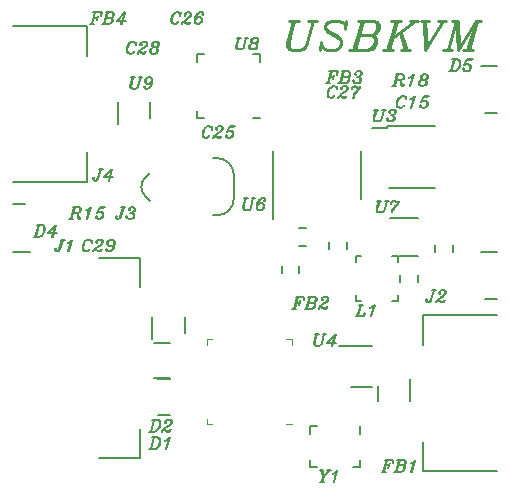
<source format=gto>
%FSLAX46Y46*%
%MOMM*%
%ADD12C,0.120000*%
%ADD10C,0.150000*%
%ADD11C,0.250000*%
G01*
%LPD*%
G01*
%LPD*%
D10*
X19447620Y38100000D02*
X19590476Y38623808D01*
D10*
X19400000Y37909524D02*
X19447620Y38100000D01*
D10*
X19400000Y37766668D02*
X19400000Y37909524D01*
D10*
X19447620Y37671428D02*
X19400000Y37766668D01*
D10*
X19590476Y37623808D02*
X19447620Y37671428D01*
D10*
X19780952Y37623808D02*
X19590476Y37623808D01*
D10*
X19923810Y37671428D02*
X19780952Y37623808D01*
D10*
X20019048Y37766668D02*
X19923810Y37671428D01*
D10*
X20066666Y37909524D02*
X20019048Y37766668D01*
D10*
X20257142Y38623808D02*
X20066666Y37909524D01*
D10*
X19495238Y38100000D02*
X19638096Y38623808D01*
D10*
X19447620Y37909524D02*
X19495238Y38100000D01*
D10*
X19447620Y37766668D02*
X19447620Y37909524D01*
D10*
X19495238Y37671428D02*
X19447620Y37766668D01*
D10*
X19590476Y37623808D02*
X19495238Y37671428D01*
D10*
X19780952Y38623808D02*
X19447620Y38623808D01*
D10*
X20400000Y38623808D02*
X20114286Y38623808D01*
D10*
X20780952Y38576192D02*
X20923810Y38623808D01*
D10*
X20733334Y38528572D02*
X20780952Y38576192D01*
D10*
X20685714Y38433332D02*
X20733334Y38528572D01*
D10*
X20685714Y38290476D02*
X20685714Y38433332D01*
D10*
X20733334Y38195240D02*
X20685714Y38290476D01*
D10*
X20828572Y38147620D02*
X20733334Y38195240D01*
D10*
X20971428Y38147620D02*
X20828572Y38147620D01*
D10*
X21161904Y38195240D02*
X20971428Y38147620D01*
D10*
X21209524Y38242856D02*
X21161904Y38195240D01*
D10*
X21257142Y38338096D02*
X21209524Y38242856D01*
D10*
X21257142Y38480952D02*
X21257142Y38338096D01*
D10*
X21209524Y38576192D02*
X21257142Y38480952D01*
D10*
X21066666Y38623808D02*
X21209524Y38576192D01*
D10*
X20923810Y38623808D02*
X21066666Y38623808D01*
D10*
X20828572Y38576192D02*
X20923810Y38623808D01*
D10*
X20780952Y38528572D02*
X20828572Y38576192D01*
D10*
X20733334Y38433332D02*
X20780952Y38528572D01*
D10*
X20733334Y38290476D02*
X20733334Y38433332D01*
D10*
X20780952Y38195240D02*
X20733334Y38290476D01*
D10*
X20828572Y38147620D02*
X20780952Y38195240D01*
D10*
X21114286Y38195240D02*
X20971428Y38147620D01*
D10*
X21161904Y38242856D02*
X21114286Y38195240D01*
D10*
X21209524Y38338096D02*
X21161904Y38242856D01*
D10*
X21209524Y38480952D02*
X21209524Y38338096D01*
D10*
X21161904Y38576192D02*
X21209524Y38480952D01*
D10*
X21066666Y38623808D02*
X21161904Y38576192D01*
D10*
X20638096Y38100000D02*
X20828572Y38147620D01*
D10*
X20542858Y38004760D02*
X20638096Y38100000D01*
D10*
X20495238Y37909524D02*
X20542858Y38004760D01*
D10*
X20495238Y37766668D02*
X20495238Y37909524D01*
D10*
X20542858Y37671428D02*
X20495238Y37766668D01*
D10*
X20685714Y37623808D02*
X20542858Y37671428D01*
D10*
X20876190Y37623808D02*
X20685714Y37623808D01*
D10*
X21066666Y37671428D02*
X20876190Y37623808D01*
D10*
X21114286Y37719048D02*
X21066666Y37671428D01*
D10*
X21161904Y37814284D02*
X21114286Y37719048D01*
D10*
X21161904Y37957144D02*
X21161904Y37814284D01*
D10*
X21114286Y38052380D02*
X21161904Y37957144D01*
D10*
X21066666Y38100000D02*
X21114286Y38052380D01*
D10*
X20971428Y38147620D02*
X21066666Y38100000D01*
D10*
X20685714Y38100000D02*
X20828572Y38147620D01*
D10*
X20590476Y38004760D02*
X20685714Y38100000D01*
D10*
X20542858Y37909524D02*
X20590476Y38004760D01*
D10*
X20542858Y37766668D02*
X20542858Y37909524D01*
D10*
X20590476Y37671428D02*
X20542858Y37766668D01*
D10*
X20685714Y37623808D02*
X20590476Y37671428D01*
D10*
X21019048Y37671428D02*
X20876190Y37623808D01*
D10*
X21066666Y37719048D02*
X21019048Y37671428D01*
D10*
X21114286Y37814284D02*
X21066666Y37719048D01*
D10*
X21114286Y38004760D02*
X21114286Y37814284D01*
D10*
X21066666Y38100000D02*
X21114286Y38004760D01*
D10*
X5392857Y23273810D02*
X5678571Y24273810D01*
D10*
X5440476Y23273810D02*
X5726190Y24273810D01*
D10*
X6059524Y24273810D02*
X5535714Y24273810D01*
D10*
X6202381Y24226190D02*
X6059524Y24273810D01*
D10*
X6250000Y24130952D02*
X6202381Y24226190D01*
D10*
X6250000Y24035714D02*
X6250000Y24130952D01*
D10*
X6202381Y23892858D02*
X6250000Y24035714D01*
D10*
X6154762Y23845238D02*
X6202381Y23892858D01*
D10*
X6011905Y23797620D02*
X6154762Y23845238D01*
D10*
X5583333Y23797620D02*
X6011905Y23797620D01*
D10*
X6154762Y24226190D02*
X6059524Y24273810D01*
D10*
X6202381Y24130952D02*
X6154762Y24226190D01*
D10*
X6202381Y24035714D02*
X6202381Y24130952D01*
D10*
X6154762Y23892858D02*
X6202381Y24035714D01*
D10*
X6107143Y23845238D02*
X6154762Y23892858D01*
D10*
X6011905Y23797620D02*
X6107143Y23845238D01*
D10*
X5916666Y23750000D02*
X5821428Y23797620D01*
D10*
X5964285Y23702380D02*
X5916666Y23750000D01*
D10*
X6011905Y23321428D02*
X5964285Y23702380D01*
D10*
X6059524Y23273810D02*
X6011905Y23321428D01*
D10*
X6154762Y23273810D02*
X6059524Y23273810D01*
D10*
X6202381Y23369048D02*
X6154762Y23273810D01*
D10*
X6202381Y23416666D02*
X6202381Y23369048D01*
D10*
X6059524Y23369048D02*
X5964285Y23702380D01*
D10*
X6107143Y23321428D02*
X6059524Y23369048D01*
D10*
X6154762Y23321428D02*
X6107143Y23321428D01*
D10*
X6202381Y23369048D02*
X6154762Y23321428D01*
D10*
X5583333Y23273810D02*
X5250000Y23273810D01*
D10*
X6726190Y23273810D02*
X6964286Y24083334D01*
D10*
X6773809Y23273810D02*
X7059524Y24273810D01*
D10*
X6916666Y24130952D02*
X7059524Y24273810D01*
D10*
X6773809Y24035714D02*
X6916666Y24130952D01*
D10*
X6678571Y23988096D02*
X6773809Y24035714D01*
D10*
X6821428Y24035714D02*
X7011905Y24130952D01*
D10*
X6678571Y23988096D02*
X6821428Y24035714D01*
D10*
X7583333Y23797620D02*
X7821428Y24273810D01*
D10*
X8297619Y24273810D02*
X7821428Y24273810D01*
D10*
X8059524Y24226190D02*
X7821428Y24226190D01*
D10*
X8297619Y24273810D02*
X8059524Y24226190D01*
D10*
X7630952Y23845238D02*
X7583333Y23797620D01*
D10*
X7773809Y23892858D02*
X7630952Y23845238D01*
D10*
X7916666Y23892858D02*
X7773809Y23892858D01*
D10*
X8059524Y23845238D02*
X7916666Y23892858D01*
D10*
X8107143Y23797620D02*
X8059524Y23845238D01*
D10*
X8154762Y23702380D02*
X8107143Y23797620D01*
D10*
X8154762Y23559524D02*
X8154762Y23702380D01*
D10*
X8107143Y23416666D02*
X8154762Y23559524D01*
D10*
X8011905Y23321428D02*
X8107143Y23416666D01*
D10*
X7869047Y23273810D02*
X8011905Y23321428D01*
D10*
X7726190Y23273810D02*
X7869047Y23273810D01*
D10*
X7583333Y23321428D02*
X7726190Y23273810D01*
D10*
X7535714Y23369048D02*
X7583333Y23321428D01*
D10*
X7488095Y23464286D02*
X7535714Y23369048D01*
D10*
X7488095Y23511904D02*
X7488095Y23464286D01*
D10*
X7535714Y23559524D02*
X7488095Y23511904D01*
D10*
X7583333Y23511904D02*
X7535714Y23559524D01*
D10*
X7535714Y23464286D02*
X7583333Y23511904D01*
D10*
X8011905Y23845238D02*
X7916666Y23892858D01*
D10*
X8059524Y23797620D02*
X8011905Y23845238D01*
D10*
X8107143Y23702380D02*
X8059524Y23797620D01*
D10*
X8107143Y23559524D02*
X8107143Y23702380D01*
D10*
X8059524Y23416666D02*
X8107143Y23559524D01*
D10*
X7964286Y23321428D02*
X8059524Y23416666D01*
D10*
X7869047Y23273810D02*
X7964286Y23321428D01*
D10*
X20047620Y24500000D02*
X20190476Y25023810D01*
D10*
X20000000Y24309524D02*
X20047620Y24500000D01*
D10*
X20000000Y24166666D02*
X20000000Y24309524D01*
D10*
X20047620Y24071428D02*
X20000000Y24166666D01*
D10*
X20190476Y24023810D02*
X20047620Y24071428D01*
D10*
X20380952Y24023810D02*
X20190476Y24023810D01*
D10*
X20523810Y24071428D02*
X20380952Y24023810D01*
D10*
X20619048Y24166666D02*
X20523810Y24071428D01*
D10*
X20666666Y24309524D02*
X20619048Y24166666D01*
D10*
X20857142Y25023810D02*
X20666666Y24309524D01*
D10*
X20095238Y24500000D02*
X20238096Y25023810D01*
D10*
X20047620Y24309524D02*
X20095238Y24500000D01*
D10*
X20047620Y24166666D02*
X20047620Y24309524D01*
D10*
X20095238Y24071428D02*
X20047620Y24166666D01*
D10*
X20190476Y24023810D02*
X20095238Y24071428D01*
D10*
X20380952Y25023810D02*
X20047620Y25023810D01*
D10*
X21000000Y25023810D02*
X20714286Y25023810D01*
D10*
X21761904Y24833334D02*
X21809524Y24880952D01*
D10*
X21809524Y24785714D02*
X21761904Y24833334D01*
D10*
X21857142Y24833334D02*
X21809524Y24785714D01*
D10*
X21857142Y24880952D02*
X21857142Y24833334D01*
D10*
X21809524Y24976190D02*
X21857142Y24880952D01*
D10*
X21714286Y25023810D02*
X21809524Y24976190D01*
D10*
X21571428Y25023810D02*
X21714286Y25023810D01*
D10*
X21428572Y24976190D02*
X21571428Y25023810D01*
D10*
X21333334Y24880952D02*
X21428572Y24976190D01*
D10*
X21238096Y24738096D02*
X21333334Y24880952D01*
D10*
X21190476Y24595238D02*
X21238096Y24738096D01*
D10*
X21142858Y24404762D02*
X21190476Y24595238D01*
D10*
X21142858Y24214286D02*
X21142858Y24404762D01*
D10*
X21190476Y24119048D02*
X21142858Y24214286D01*
D10*
X21238096Y24071428D02*
X21190476Y24119048D01*
D10*
X21333334Y24023810D02*
X21238096Y24071428D01*
D10*
X21476190Y24023810D02*
X21333334Y24023810D01*
D10*
X21619048Y24071428D02*
X21476190Y24023810D01*
D10*
X21714286Y24166666D02*
X21619048Y24071428D01*
D10*
X21761904Y24261904D02*
X21714286Y24166666D01*
D10*
X21761904Y24404762D02*
X21761904Y24261904D01*
D10*
X21714286Y24500000D02*
X21761904Y24404762D01*
D10*
X21666666Y24547620D02*
X21714286Y24500000D01*
D10*
X21571428Y24595238D02*
X21666666Y24547620D01*
D10*
X21428572Y24595238D02*
X21571428Y24595238D01*
D10*
X21333334Y24547620D02*
X21428572Y24595238D01*
D10*
X21238096Y24452380D02*
X21333334Y24547620D01*
D10*
X21190476Y24357142D02*
X21238096Y24452380D01*
D10*
X21476190Y24976190D02*
X21571428Y25023810D01*
D10*
X21380952Y24880952D02*
X21476190Y24976190D01*
D10*
X21285714Y24738096D02*
X21380952Y24880952D01*
D10*
X21238096Y24595238D02*
X21285714Y24738096D01*
D10*
X21190476Y24404762D02*
X21238096Y24595238D01*
D10*
X21190476Y24166666D02*
X21190476Y24404762D01*
D10*
X21238096Y24071428D02*
X21190476Y24166666D01*
D10*
X21571428Y24071428D02*
X21476190Y24023810D01*
D10*
X21666666Y24166666D02*
X21571428Y24071428D01*
D10*
X21714286Y24261904D02*
X21666666Y24166666D01*
D10*
X21714286Y24452380D02*
X21714286Y24261904D01*
D10*
X21666666Y24547620D02*
X21714286Y24452380D01*
D10*
X12142857Y3773809D02*
X12428571Y4773809D01*
D10*
X12190476Y3773809D02*
X12476190Y4773809D01*
D10*
X12714286Y4773809D02*
X12285714Y4773809D01*
D10*
X12857143Y4726190D02*
X12714286Y4773809D01*
D10*
X12904762Y4678571D02*
X12857143Y4726190D01*
D10*
X12952381Y4535714D02*
X12904762Y4678571D01*
D10*
X12952381Y4345238D02*
X12952381Y4535714D01*
D10*
X12904762Y4154762D02*
X12952381Y4345238D01*
D10*
X12809524Y3964285D02*
X12904762Y4154762D01*
D10*
X12714286Y3869047D02*
X12809524Y3964285D01*
D10*
X12619048Y3821428D02*
X12714286Y3869047D01*
D10*
X12428571Y3773809D02*
X12619048Y3821428D01*
D10*
X12000000Y3773809D02*
X12428571Y3773809D01*
D10*
X12809524Y4726190D02*
X12714286Y4773809D01*
D10*
X12857143Y4678571D02*
X12809524Y4726190D01*
D10*
X12904762Y4535714D02*
X12857143Y4678571D01*
D10*
X12904762Y4345238D02*
X12904762Y4535714D01*
D10*
X12857143Y4154762D02*
X12904762Y4345238D01*
D10*
X12761905Y3964285D02*
X12857143Y4154762D01*
D10*
X12666667Y3869047D02*
X12761905Y3964285D01*
D10*
X12571429Y3821428D02*
X12666667Y3869047D01*
D10*
X12428571Y3773809D02*
X12571429Y3821428D01*
D10*
X13428571Y3773809D02*
X13666667Y4583333D01*
D10*
X13476190Y3773809D02*
X13761905Y4773809D01*
D10*
X13619048Y4630952D02*
X13761905Y4773809D01*
D10*
X13476190Y4535714D02*
X13619048Y4630952D01*
D10*
X13380952Y4488095D02*
X13476190Y4535714D01*
D10*
X13523810Y4535714D02*
X13714286Y4630952D01*
D10*
X13380952Y4488095D02*
X13523810Y4535714D01*
D10*
X26776190Y1497619D02*
X26585714Y1973809D01*
D10*
X26633334Y973809D02*
X26776190Y1497619D01*
D10*
X26823810Y1497619D02*
X26633334Y1973809D01*
D10*
X26680952Y973809D02*
X26823810Y1497619D01*
D10*
X26823810Y1497619D02*
X27300000Y1973809D01*
D10*
X26776190Y1973809D02*
X26490476Y1973809D01*
D10*
X27395238Y1973809D02*
X27109524Y1973809D01*
D10*
X26823810Y973809D02*
X26490476Y973809D01*
D10*
X27633334Y973809D02*
X27871428Y1783333D01*
D10*
X27680952Y973809D02*
X27966666Y1973809D01*
D10*
X27823810Y1830952D02*
X27966666Y1973809D01*
D10*
X27680952Y1735714D02*
X27823810Y1830952D01*
D10*
X27585714Y1688095D02*
X27680952Y1735714D01*
D10*
X27728572Y1735714D02*
X27919048Y1830952D01*
D10*
X27585714Y1688095D02*
X27728572Y1735714D01*
D10*
X31338096Y24300000D02*
X31480952Y24823810D01*
D10*
X31290476Y24109524D02*
X31338096Y24300000D01*
D10*
X31290476Y23966666D02*
X31290476Y24109524D01*
D10*
X31338096Y23871428D02*
X31290476Y23966666D01*
D10*
X31480952Y23823810D02*
X31338096Y23871428D01*
D10*
X31671428Y23823810D02*
X31480952Y23823810D01*
D10*
X31814286Y23871428D02*
X31671428Y23823810D01*
D10*
X31909524Y23966666D02*
X31814286Y23871428D01*
D10*
X31957142Y24109524D02*
X31909524Y23966666D01*
D10*
X32147620Y24823810D02*
X31957142Y24109524D01*
D10*
X31385714Y24300000D02*
X31528572Y24823810D01*
D10*
X31338096Y24109524D02*
X31385714Y24300000D01*
D10*
X31338096Y23966666D02*
X31338096Y24109524D01*
D10*
X31385714Y23871428D02*
X31338096Y23966666D01*
D10*
X31480952Y23823810D02*
X31385714Y23871428D01*
D10*
X31671428Y24823810D02*
X31338096Y24823810D01*
D10*
X32290476Y24823810D02*
X32004762Y24823810D01*
D10*
X32480952Y24538096D02*
X32576190Y24823810D01*
D10*
X33147620Y24680952D02*
X33195238Y24823810D01*
D10*
X33052380Y24538096D02*
X33147620Y24680952D01*
D10*
X32814286Y24252380D02*
X33052380Y24538096D01*
D10*
X32719048Y24109524D02*
X32814286Y24252380D01*
D10*
X32671428Y24014286D02*
X32719048Y24109524D01*
D10*
X32623810Y23823810D02*
X32671428Y24014286D01*
D10*
X32766666Y24252380D02*
X33052380Y24538096D01*
D10*
X32671428Y24109524D02*
X32766666Y24252380D01*
D10*
X32623810Y24014286D02*
X32671428Y24109524D01*
D10*
X32576190Y23823810D02*
X32623810Y24014286D01*
D10*
X32671428Y24823810D02*
X32528572Y24680952D01*
D10*
X32766666Y24823810D02*
X32671428Y24823810D01*
D10*
X33004762Y24680952D02*
X32766666Y24823810D01*
D10*
X32671428Y24776190D02*
X32576190Y24728572D01*
D10*
X32766666Y24776190D02*
X32671428Y24776190D01*
D10*
X33004762Y24680952D02*
X32766666Y24776190D01*
D10*
X33100000Y24680952D02*
X33004762Y24680952D01*
D10*
X33147620Y24728572D02*
X33100000Y24680952D01*
D10*
X33195238Y24823810D02*
X33147620Y24728572D01*
D10*
X27904762Y34428572D02*
X27857142Y34428572D01*
D10*
X27952380Y34523808D02*
X27904762Y34428572D01*
D10*
X27904762Y34238096D02*
X27952380Y34523808D01*
D10*
X27904762Y34333332D02*
X27904762Y34238096D01*
D10*
X27857142Y34428572D02*
X27904762Y34333332D01*
D10*
X27809524Y34476192D02*
X27857142Y34428572D01*
D10*
X27714286Y34523808D02*
X27809524Y34476192D01*
D10*
X27571428Y34523808D02*
X27714286Y34523808D01*
D10*
X27428572Y34476192D02*
X27571428Y34523808D01*
D10*
X27333334Y34380952D02*
X27428572Y34476192D01*
D10*
X27238096Y34238096D02*
X27333334Y34380952D01*
D10*
X27190476Y34095240D02*
X27238096Y34238096D01*
D10*
X27142858Y33904760D02*
X27190476Y34095240D01*
D10*
X27142858Y33761904D02*
X27142858Y33904760D01*
D10*
X27190476Y33619048D02*
X27142858Y33761904D01*
D10*
X27238096Y33571428D02*
X27190476Y33619048D01*
D10*
X27380952Y33523810D02*
X27238096Y33571428D01*
D10*
X27523810Y33523810D02*
X27380952Y33523810D01*
D10*
X27619048Y33571428D02*
X27523810Y33523810D01*
D10*
X27714286Y33666668D02*
X27619048Y33571428D01*
D10*
X27761904Y33761904D02*
X27714286Y33666668D01*
D10*
X27476190Y34476192D02*
X27571428Y34523808D01*
D10*
X27380952Y34380952D02*
X27476190Y34476192D01*
D10*
X27285714Y34238096D02*
X27380952Y34380952D01*
D10*
X27238096Y34095240D02*
X27285714Y34238096D01*
D10*
X27190476Y33904760D02*
X27238096Y34095240D01*
D10*
X27190476Y33761904D02*
X27190476Y33904760D01*
D10*
X27238096Y33619048D02*
X27190476Y33761904D01*
D10*
X27285714Y33571428D02*
X27238096Y33619048D01*
D10*
X27380952Y33523810D02*
X27285714Y33571428D01*
D10*
X28380952Y34285716D02*
X28333334Y34333332D01*
D10*
X28333334Y34238096D02*
X28380952Y34285716D01*
D10*
X28285714Y34285716D02*
X28333334Y34238096D01*
D10*
X28285714Y34333332D02*
X28285714Y34285716D01*
D10*
X28333334Y34428572D02*
X28285714Y34333332D01*
D10*
X28380952Y34476192D02*
X28333334Y34428572D01*
D10*
X28523810Y34523808D02*
X28380952Y34476192D01*
D10*
X28666666Y34523808D02*
X28523810Y34523808D01*
D10*
X28809524Y34476192D02*
X28666666Y34523808D01*
D10*
X28857142Y34380952D02*
X28809524Y34476192D01*
D10*
X28857142Y34285716D02*
X28857142Y34380952D01*
D10*
X28809524Y34190476D02*
X28857142Y34285716D01*
D10*
X28714286Y34095240D02*
X28809524Y34190476D01*
D10*
X28571428Y34000000D02*
X28714286Y34095240D01*
D10*
X28380952Y33904760D02*
X28571428Y34000000D01*
D10*
X28238096Y33809524D02*
X28380952Y33904760D01*
D10*
X28142858Y33714284D02*
X28238096Y33809524D01*
D10*
X28047620Y33523810D02*
X28142858Y33714284D01*
D10*
X28761904Y34476192D02*
X28666666Y34523808D01*
D10*
X28809524Y34380952D02*
X28761904Y34476192D01*
D10*
X28809524Y34285716D02*
X28809524Y34380952D01*
D10*
X28761904Y34190476D02*
X28809524Y34285716D01*
D10*
X28666666Y34095240D02*
X28761904Y34190476D01*
D10*
X28380952Y33904760D02*
X28666666Y34095240D01*
D10*
X28142858Y33666668D02*
X28095238Y33619048D01*
D10*
X28238096Y33666668D02*
X28142858Y33666668D01*
D10*
X28476190Y33571428D02*
X28238096Y33666668D01*
D10*
X28619048Y33571428D02*
X28476190Y33571428D01*
D10*
X28714286Y33619048D02*
X28619048Y33571428D01*
D10*
X28761904Y33714284D02*
X28714286Y33619048D01*
D10*
X28476190Y33523810D02*
X28238096Y33666668D01*
D10*
X28619048Y33523810D02*
X28476190Y33523810D01*
D10*
X28714286Y33571428D02*
X28619048Y33523810D01*
D10*
X28761904Y33714284D02*
X28714286Y33571428D01*
D10*
X29190476Y34238096D02*
X29285714Y34523808D01*
D10*
X29857142Y34380952D02*
X29904762Y34523808D01*
D10*
X29761904Y34238096D02*
X29857142Y34380952D01*
D10*
X29523810Y33952380D02*
X29761904Y34238096D01*
D10*
X29428572Y33809524D02*
X29523810Y33952380D01*
D10*
X29380952Y33714284D02*
X29428572Y33809524D01*
D10*
X29333334Y33523810D02*
X29380952Y33714284D01*
D10*
X29476190Y33952380D02*
X29761904Y34238096D01*
D10*
X29380952Y33809524D02*
X29476190Y33952380D01*
D10*
X29333334Y33714284D02*
X29380952Y33809524D01*
D10*
X29285714Y33523810D02*
X29333334Y33714284D01*
D10*
X29380952Y34523808D02*
X29238096Y34380952D01*
D10*
X29476190Y34523808D02*
X29380952Y34523808D01*
D10*
X29714286Y34380952D02*
X29476190Y34523808D01*
D10*
X29380952Y34476192D02*
X29285714Y34428572D01*
D10*
X29476190Y34476192D02*
X29380952Y34476192D01*
D10*
X29714286Y34380952D02*
X29476190Y34476192D01*
D10*
X29809524Y34380952D02*
X29714286Y34380952D01*
D10*
X29857142Y34428572D02*
X29809524Y34380952D01*
D10*
X29904762Y34523808D02*
X29857142Y34428572D01*
D10*
X7726190Y26714286D02*
X7964285Y27523810D01*
D10*
X7678571Y26619048D02*
X7726190Y26714286D01*
D10*
X7630952Y26571428D02*
X7678571Y26619048D01*
D10*
X7535714Y26523810D02*
X7630952Y26571428D01*
D10*
X7440476Y26523810D02*
X7535714Y26523810D01*
D10*
X7345238Y26571428D02*
X7440476Y26523810D01*
D10*
X7297619Y26666666D02*
X7345238Y26571428D01*
D10*
X7297619Y26761904D02*
X7297619Y26666666D01*
D10*
X7345238Y26809524D02*
X7297619Y26761904D01*
D10*
X7392857Y26761904D02*
X7345238Y26809524D01*
D10*
X7345238Y26714286D02*
X7392857Y26761904D01*
D10*
X7678571Y26714286D02*
X7916666Y27523810D01*
D10*
X7630952Y26619048D02*
X7678571Y26714286D01*
D10*
X7535714Y26523810D02*
X7630952Y26619048D01*
D10*
X8107143Y27523810D02*
X7773809Y27523810D01*
D10*
X8583333Y26523810D02*
X8869048Y27476190D01*
D10*
X8630952Y26523810D02*
X8916667Y27523810D01*
D10*
X8202381Y26809524D02*
X8916667Y27523810D01*
D10*
X8964286Y26809524D02*
X8202381Y26809524D01*
D10*
X7154762Y21428572D02*
X7107143Y21428572D01*
D10*
X7202381Y21523810D02*
X7154762Y21428572D01*
D10*
X7154762Y21238096D02*
X7202381Y21523810D01*
D10*
X7154762Y21333334D02*
X7154762Y21238096D01*
D10*
X7107143Y21428572D02*
X7154762Y21333334D01*
D10*
X7059524Y21476190D02*
X7107143Y21428572D01*
D10*
X6964286Y21523810D02*
X7059524Y21476190D01*
D10*
X6821428Y21523810D02*
X6964286Y21523810D01*
D10*
X6678571Y21476190D02*
X6821428Y21523810D01*
D10*
X6583333Y21380952D02*
X6678571Y21476190D01*
D10*
X6488095Y21238096D02*
X6583333Y21380952D01*
D10*
X6440476Y21095238D02*
X6488095Y21238096D01*
D10*
X6392857Y20904762D02*
X6440476Y21095238D01*
D10*
X6392857Y20761904D02*
X6392857Y20904762D01*
D10*
X6440476Y20619048D02*
X6392857Y20761904D01*
D10*
X6488095Y20571428D02*
X6440476Y20619048D01*
D10*
X6630952Y20523810D02*
X6488095Y20571428D01*
D10*
X6773809Y20523810D02*
X6630952Y20523810D01*
D10*
X6869048Y20571428D02*
X6773809Y20523810D01*
D10*
X6964286Y20666666D02*
X6869048Y20571428D01*
D10*
X7011905Y20761904D02*
X6964286Y20666666D01*
D10*
X6726190Y21476190D02*
X6821428Y21523810D01*
D10*
X6630952Y21380952D02*
X6726190Y21476190D01*
D10*
X6535714Y21238096D02*
X6630952Y21380952D01*
D10*
X6488095Y21095238D02*
X6535714Y21238096D01*
D10*
X6440476Y20904762D02*
X6488095Y21095238D01*
D10*
X6440476Y20761904D02*
X6440476Y20904762D01*
D10*
X6488095Y20619048D02*
X6440476Y20761904D01*
D10*
X6535714Y20571428D02*
X6488095Y20619048D01*
D10*
X6630952Y20523810D02*
X6535714Y20571428D01*
D10*
X7630952Y21285714D02*
X7583333Y21333334D01*
D10*
X7583333Y21238096D02*
X7630952Y21285714D01*
D10*
X7535714Y21285714D02*
X7583333Y21238096D01*
D10*
X7535714Y21333334D02*
X7535714Y21285714D01*
D10*
X7583333Y21428572D02*
X7535714Y21333334D01*
D10*
X7630952Y21476190D02*
X7583333Y21428572D01*
D10*
X7773809Y21523810D02*
X7630952Y21476190D01*
D10*
X7916667Y21523810D02*
X7773809Y21523810D01*
D10*
X8059524Y21476190D02*
X7916667Y21523810D01*
D10*
X8107143Y21380952D02*
X8059524Y21476190D01*
D10*
X8107143Y21285714D02*
X8107143Y21380952D01*
D10*
X8059524Y21190476D02*
X8107143Y21285714D01*
D10*
X7964286Y21095238D02*
X8059524Y21190476D01*
D10*
X7821428Y21000000D02*
X7964286Y21095238D01*
D10*
X7630952Y20904762D02*
X7821428Y21000000D01*
D10*
X7488095Y20809524D02*
X7630952Y20904762D01*
D10*
X7392857Y20714286D02*
X7488095Y20809524D01*
D10*
X7297619Y20523810D02*
X7392857Y20714286D01*
D10*
X8011905Y21476190D02*
X7916667Y21523810D01*
D10*
X8059524Y21380952D02*
X8011905Y21476190D01*
D10*
X8059524Y21285714D02*
X8059524Y21380952D01*
D10*
X8011905Y21190476D02*
X8059524Y21285714D01*
D10*
X7916667Y21095238D02*
X8011905Y21190476D01*
D10*
X7630952Y20904762D02*
X7916667Y21095238D01*
D10*
X7392857Y20666666D02*
X7345238Y20619048D01*
D10*
X7488095Y20666666D02*
X7392857Y20666666D01*
D10*
X7726190Y20571428D02*
X7488095Y20666666D01*
D10*
X7869047Y20571428D02*
X7726190Y20571428D01*
D10*
X7964286Y20619048D02*
X7869047Y20571428D01*
D10*
X8011905Y20714286D02*
X7964286Y20619048D01*
D10*
X7726190Y20523810D02*
X7488095Y20666666D01*
D10*
X7869047Y20523810D02*
X7726190Y20523810D01*
D10*
X7964286Y20571428D02*
X7869047Y20523810D01*
D10*
X8011905Y20714286D02*
X7964286Y20571428D01*
D10*
X9011905Y21095238D02*
X9059524Y21190476D01*
D10*
X8916667Y21000000D02*
X9011905Y21095238D01*
D10*
X8821429Y20952380D02*
X8916667Y21000000D01*
D10*
X8678571Y20952380D02*
X8821429Y20952380D01*
D10*
X8583333Y21000000D02*
X8678571Y20952380D01*
D10*
X8535714Y21047620D02*
X8583333Y21000000D01*
D10*
X8488095Y21142858D02*
X8535714Y21047620D01*
D10*
X8488095Y21285714D02*
X8488095Y21142858D01*
D10*
X8535714Y21380952D02*
X8488095Y21285714D01*
D10*
X8630952Y21476190D02*
X8535714Y21380952D01*
D10*
X8773810Y21523810D02*
X8630952Y21476190D01*
D10*
X8916667Y21523810D02*
X8773810Y21523810D01*
D10*
X9011905Y21476190D02*
X8916667Y21523810D01*
D10*
X9059524Y21428572D02*
X9011905Y21476190D01*
D10*
X9107143Y21333334D02*
X9059524Y21428572D01*
D10*
X9107143Y21142858D02*
X9107143Y21333334D01*
D10*
X9059524Y20952380D02*
X9107143Y21142858D01*
D10*
X9011905Y20809524D02*
X9059524Y20952380D01*
D10*
X8916667Y20666666D02*
X9011905Y20809524D01*
D10*
X8821429Y20571428D02*
X8916667Y20666666D01*
D10*
X8678571Y20523810D02*
X8821429Y20571428D01*
D10*
X8535714Y20523810D02*
X8678571Y20523810D01*
D10*
X8440476Y20571428D02*
X8535714Y20523810D01*
D10*
X8392857Y20666666D02*
X8440476Y20571428D01*
D10*
X8392857Y20714286D02*
X8392857Y20666666D01*
D10*
X8440476Y20761904D02*
X8392857Y20714286D01*
D10*
X8488095Y20714286D02*
X8440476Y20761904D01*
D10*
X8440476Y20666666D02*
X8488095Y20714286D01*
D10*
X8535714Y21095238D02*
X8583333Y21000000D01*
D10*
X8535714Y21285714D02*
X8535714Y21095238D01*
D10*
X8583333Y21380952D02*
X8535714Y21285714D01*
D10*
X8678571Y21476190D02*
X8583333Y21380952D01*
D10*
X8773810Y21523810D02*
X8678571Y21476190D01*
D10*
X9059524Y21380952D02*
X9011905Y21476190D01*
D10*
X9059524Y21142858D02*
X9059524Y21380952D01*
D10*
X9011905Y20952380D02*
X9059524Y21142858D01*
D10*
X8964286Y20809524D02*
X9011905Y20952380D01*
D10*
X8869048Y20666666D02*
X8964286Y20809524D01*
D10*
X8773810Y20571428D02*
X8869048Y20666666D01*
D10*
X8678571Y20523810D02*
X8773810Y20571428D01*
D10*
X31088096Y32000000D02*
X31230952Y32523810D01*
D10*
X31040476Y31809524D02*
X31088096Y32000000D01*
D10*
X31040476Y31666666D02*
X31040476Y31809524D01*
D10*
X31088096Y31571428D02*
X31040476Y31666666D01*
D10*
X31230952Y31523810D02*
X31088096Y31571428D01*
D10*
X31421428Y31523810D02*
X31230952Y31523810D01*
D10*
X31564286Y31571428D02*
X31421428Y31523810D01*
D10*
X31659524Y31666666D02*
X31564286Y31571428D01*
D10*
X31707142Y31809524D02*
X31659524Y31666666D01*
D10*
X31897620Y32523810D02*
X31707142Y31809524D01*
D10*
X31135714Y32000000D02*
X31278572Y32523810D01*
D10*
X31088096Y31809524D02*
X31135714Y32000000D01*
D10*
X31088096Y31666666D02*
X31088096Y31809524D01*
D10*
X31135714Y31571428D02*
X31088096Y31666666D01*
D10*
X31230952Y31523810D02*
X31135714Y31571428D01*
D10*
X31421428Y32523810D02*
X31088096Y32523810D01*
D10*
X32040476Y32523810D02*
X31754762Y32523810D01*
D10*
X32421428Y32285714D02*
X32373810Y32333334D01*
D10*
X32373810Y32238096D02*
X32421428Y32285714D01*
D10*
X32326190Y32285714D02*
X32373810Y32238096D01*
D10*
X32326190Y32333334D02*
X32326190Y32285714D01*
D10*
X32373810Y32428572D02*
X32326190Y32333334D01*
D10*
X32421428Y32476190D02*
X32373810Y32428572D01*
D10*
X32564286Y32523810D02*
X32421428Y32476190D01*
D10*
X32707142Y32523810D02*
X32564286Y32523810D01*
D10*
X32850000Y32476190D02*
X32707142Y32523810D01*
D10*
X32897620Y32380952D02*
X32850000Y32476190D01*
D10*
X32897620Y32285714D02*
X32897620Y32380952D01*
D10*
X32850000Y32190476D02*
X32897620Y32285714D01*
D10*
X32707142Y32095238D02*
X32850000Y32190476D01*
D10*
X32564286Y32047620D02*
X32707142Y32095238D01*
D10*
X32802380Y32476190D02*
X32707142Y32523810D01*
D10*
X32850000Y32380952D02*
X32802380Y32476190D01*
D10*
X32850000Y32285714D02*
X32850000Y32380952D01*
D10*
X32802380Y32190476D02*
X32850000Y32285714D01*
D10*
X32707142Y32095238D02*
X32802380Y32190476D01*
D10*
X32564286Y32047620D02*
X32469048Y32047620D01*
D10*
X32707142Y32000000D02*
X32564286Y32047620D01*
D10*
X32754762Y31952380D02*
X32707142Y32000000D01*
D10*
X32802380Y31857142D02*
X32754762Y31952380D01*
D10*
X32802380Y31714286D02*
X32802380Y31857142D01*
D10*
X32754762Y31619048D02*
X32802380Y31714286D01*
D10*
X32707142Y31571428D02*
X32754762Y31619048D01*
D10*
X32564286Y31523810D02*
X32707142Y31571428D01*
D10*
X32373810Y31523810D02*
X32564286Y31523810D01*
D10*
X32230952Y31571428D02*
X32373810Y31523810D01*
D10*
X32183334Y31619048D02*
X32230952Y31571428D01*
D10*
X32135714Y31714286D02*
X32183334Y31619048D01*
D10*
X32135714Y31761904D02*
X32135714Y31714286D01*
D10*
X32183334Y31809524D02*
X32135714Y31761904D01*
D10*
X32230952Y31761904D02*
X32183334Y31809524D01*
D10*
X32183334Y31714286D02*
X32230952Y31761904D01*
D10*
X32659524Y32000000D02*
X32564286Y32047620D01*
D10*
X32707142Y31952380D02*
X32659524Y32000000D01*
D10*
X32754762Y31857142D02*
X32707142Y31952380D01*
D10*
X32754762Y31714286D02*
X32754762Y31857142D01*
D10*
X32707142Y31619048D02*
X32754762Y31714286D01*
D10*
X32659524Y31571428D02*
X32707142Y31619048D01*
D10*
X32564286Y31523810D02*
X32659524Y31571428D01*
D10*
X33754760Y33578572D02*
X33707144Y33578572D01*
D10*
X33802380Y33673808D02*
X33754760Y33578572D01*
D10*
X33754760Y33388096D02*
X33802380Y33673808D01*
D10*
X33754760Y33483334D02*
X33754760Y33388096D01*
D10*
X33707144Y33578572D02*
X33754760Y33483334D01*
D10*
X33659524Y33626192D02*
X33707144Y33578572D01*
D10*
X33564284Y33673808D02*
X33659524Y33626192D01*
D10*
X33421428Y33673808D02*
X33564284Y33673808D01*
D10*
X33278572Y33626192D02*
X33421428Y33673808D01*
D10*
X33183334Y33530952D02*
X33278572Y33626192D01*
D10*
X33088096Y33388096D02*
X33183334Y33530952D01*
D10*
X33040476Y33245238D02*
X33088096Y33388096D01*
D10*
X32992858Y33054762D02*
X33040476Y33245238D01*
D10*
X32992858Y32911904D02*
X32992858Y33054762D01*
D10*
X33040476Y32769048D02*
X32992858Y32911904D01*
D10*
X33088096Y32721428D02*
X33040476Y32769048D01*
D10*
X33230952Y32673810D02*
X33088096Y32721428D01*
D10*
X33373810Y32673810D02*
X33230952Y32673810D01*
D10*
X33469048Y32721428D02*
X33373810Y32673810D01*
D10*
X33564284Y32816666D02*
X33469048Y32721428D01*
D10*
X33611904Y32911904D02*
X33564284Y32816666D01*
D10*
X33326190Y33626192D02*
X33421428Y33673808D01*
D10*
X33230952Y33530952D02*
X33326190Y33626192D01*
D10*
X33135714Y33388096D02*
X33230952Y33530952D01*
D10*
X33088096Y33245238D02*
X33135714Y33388096D01*
D10*
X33040476Y33054762D02*
X33088096Y33245238D01*
D10*
X33040476Y32911904D02*
X33040476Y33054762D01*
D10*
X33088096Y32769048D02*
X33040476Y32911904D01*
D10*
X33135714Y32721428D02*
X33088096Y32769048D01*
D10*
X33230952Y32673810D02*
X33135714Y32721428D01*
D10*
X34183332Y32673810D02*
X34421428Y33483334D01*
D10*
X34230952Y32673810D02*
X34516668Y33673808D01*
D10*
X34373808Y33530952D02*
X34516668Y33673808D01*
D10*
X34230952Y33435714D02*
X34373808Y33530952D01*
D10*
X34135716Y33388096D02*
X34230952Y33435714D01*
D10*
X34278572Y33435714D02*
X34469048Y33530952D01*
D10*
X34135716Y33388096D02*
X34278572Y33435714D01*
D10*
X35040476Y33197620D02*
X35278572Y33673808D01*
D10*
X35754760Y33673808D02*
X35278572Y33673808D01*
D10*
X35516668Y33626192D02*
X35278572Y33626192D01*
D10*
X35754760Y33673808D02*
X35516668Y33626192D01*
D10*
X35088096Y33245238D02*
X35040476Y33197620D01*
D10*
X35230952Y33292858D02*
X35088096Y33245238D01*
D10*
X35373808Y33292858D02*
X35230952Y33292858D01*
D10*
X35516668Y33245238D02*
X35373808Y33292858D01*
D10*
X35564284Y33197620D02*
X35516668Y33245238D01*
D10*
X35611904Y33102380D02*
X35564284Y33197620D01*
D10*
X35611904Y32959524D02*
X35611904Y33102380D01*
D10*
X35564284Y32816666D02*
X35611904Y32959524D01*
D10*
X35469048Y32721428D02*
X35564284Y32816666D01*
D10*
X35326192Y32673810D02*
X35469048Y32721428D01*
D10*
X35183332Y32673810D02*
X35326192Y32673810D01*
D10*
X35040476Y32721428D02*
X35183332Y32673810D01*
D10*
X34992856Y32769048D02*
X35040476Y32721428D01*
D10*
X34945240Y32864286D02*
X34992856Y32769048D01*
D10*
X34945240Y32911904D02*
X34945240Y32864286D01*
D10*
X34992856Y32959524D02*
X34945240Y32911904D01*
D10*
X35040476Y32911904D02*
X34992856Y32959524D01*
D10*
X34992856Y32864286D02*
X35040476Y32911904D01*
D10*
X35469048Y33245238D02*
X35373808Y33292858D01*
D10*
X35516668Y33197620D02*
X35469048Y33245238D01*
D10*
X35564284Y33102380D02*
X35516668Y33197620D01*
D10*
X35564284Y32959524D02*
X35564284Y33102380D01*
D10*
X35516668Y32816666D02*
X35564284Y32959524D01*
D10*
X35421428Y32721428D02*
X35516668Y32816666D01*
D10*
X35326192Y32673810D02*
X35421428Y32721428D01*
D10*
X12142857Y5273809D02*
X12428571Y6273809D01*
D10*
X12190476Y5273809D02*
X12476190Y6273809D01*
D10*
X12714286Y6273809D02*
X12285714Y6273809D01*
D10*
X12857143Y6226190D02*
X12714286Y6273809D01*
D10*
X12904762Y6178571D02*
X12857143Y6226190D01*
D10*
X12952381Y6035714D02*
X12904762Y6178571D01*
D10*
X12952381Y5845238D02*
X12952381Y6035714D01*
D10*
X12904762Y5654762D02*
X12952381Y5845238D01*
D10*
X12809524Y5464285D02*
X12904762Y5654762D01*
D10*
X12714286Y5369047D02*
X12809524Y5464285D01*
D10*
X12619048Y5321428D02*
X12714286Y5369047D01*
D10*
X12428571Y5273809D02*
X12619048Y5321428D01*
D10*
X12000000Y5273809D02*
X12428571Y5273809D01*
D10*
X12809524Y6226190D02*
X12714286Y6273809D01*
D10*
X12857143Y6178571D02*
X12809524Y6226190D01*
D10*
X12904762Y6035714D02*
X12857143Y6178571D01*
D10*
X12904762Y5845238D02*
X12904762Y6035714D01*
D10*
X12857143Y5654762D02*
X12904762Y5845238D01*
D10*
X12761905Y5464285D02*
X12857143Y5654762D01*
D10*
X12666667Y5369047D02*
X12761905Y5464285D01*
D10*
X12571429Y5321428D02*
X12666667Y5369047D01*
D10*
X12428571Y5273809D02*
X12571429Y5321428D01*
D10*
X13476190Y6035714D02*
X13428571Y6083333D01*
D10*
X13428571Y5988095D02*
X13476190Y6035714D01*
D10*
X13380952Y6035714D02*
X13428571Y5988095D01*
D10*
X13380952Y6083333D02*
X13380952Y6035714D01*
D10*
X13428571Y6178571D02*
X13380952Y6083333D01*
D10*
X13476190Y6226190D02*
X13428571Y6178571D01*
D10*
X13619048Y6273809D02*
X13476190Y6226190D01*
D10*
X13761905Y6273809D02*
X13619048Y6273809D01*
D10*
X13904762Y6226190D02*
X13761905Y6273809D01*
D10*
X13952381Y6130952D02*
X13904762Y6226190D01*
D10*
X13952381Y6035714D02*
X13952381Y6130952D01*
D10*
X13904762Y5940476D02*
X13952381Y6035714D01*
D10*
X13809524Y5845238D02*
X13904762Y5940476D01*
D10*
X13666667Y5750000D02*
X13809524Y5845238D01*
D10*
X13476190Y5654762D02*
X13666667Y5750000D01*
D10*
X13333333Y5559524D02*
X13476190Y5654762D01*
D10*
X13238095Y5464285D02*
X13333333Y5559524D01*
D10*
X13142857Y5273809D02*
X13238095Y5464285D01*
D10*
X13857143Y6226190D02*
X13761905Y6273809D01*
D10*
X13904762Y6130952D02*
X13857143Y6226190D01*
D10*
X13904762Y6035714D02*
X13904762Y6130952D01*
D10*
X13857143Y5940476D02*
X13904762Y6035714D01*
D10*
X13761905Y5845238D02*
X13857143Y5940476D01*
D10*
X13476190Y5654762D02*
X13761905Y5845238D01*
D10*
X13238095Y5416666D02*
X13190476Y5369047D01*
D10*
X13333333Y5416666D02*
X13238095Y5416666D01*
D10*
X13571428Y5321428D02*
X13333333Y5416666D01*
D10*
X13714286Y5321428D02*
X13571428Y5321428D01*
D10*
X13809524Y5369047D02*
X13714286Y5321428D01*
D10*
X13857143Y5464285D02*
X13809524Y5369047D01*
D10*
X13571428Y5273809D02*
X13333333Y5416666D01*
D10*
X13714286Y5273809D02*
X13571428Y5273809D01*
D10*
X13809524Y5321428D02*
X13714286Y5273809D01*
D10*
X13857143Y5464285D02*
X13809524Y5321428D01*
D10*
X2392857Y21773810D02*
X2678571Y22773810D01*
D10*
X2440476Y21773810D02*
X2726190Y22773810D01*
D10*
X2964285Y22773810D02*
X2535714Y22773810D01*
D10*
X3107143Y22726190D02*
X2964285Y22773810D01*
D10*
X3154762Y22678572D02*
X3107143Y22726190D01*
D10*
X3202381Y22535714D02*
X3154762Y22678572D01*
D10*
X3202381Y22345238D02*
X3202381Y22535714D01*
D10*
X3154762Y22154762D02*
X3202381Y22345238D01*
D10*
X3059523Y21964286D02*
X3154762Y22154762D01*
D10*
X2964285Y21869048D02*
X3059523Y21964286D01*
D10*
X2869047Y21821428D02*
X2964285Y21869048D01*
D10*
X2678571Y21773810D02*
X2869047Y21821428D01*
D10*
X2250000Y21773810D02*
X2678571Y21773810D01*
D10*
X3059523Y22726190D02*
X2964285Y22773810D01*
D10*
X3107143Y22678572D02*
X3059523Y22726190D01*
D10*
X3154762Y22535714D02*
X3107143Y22678572D01*
D10*
X3154762Y22345238D02*
X3154762Y22535714D01*
D10*
X3107143Y22154762D02*
X3154762Y22345238D01*
D10*
X3011904Y21964286D02*
X3107143Y22154762D01*
D10*
X2916666Y21869048D02*
X3011904Y21964286D01*
D10*
X2821428Y21821428D02*
X2916666Y21869048D01*
D10*
X2678571Y21773810D02*
X2821428Y21821428D01*
D10*
X3821428Y21773810D02*
X4107143Y22726190D01*
D10*
X3869047Y21773810D02*
X4154762Y22773810D01*
D10*
X3440476Y22059524D02*
X4154762Y22773810D01*
D10*
X4202381Y22059524D02*
X3440476Y22059524D01*
D10*
X7142857Y39773808D02*
X7428571Y40773808D01*
D10*
X7190476Y39773808D02*
X7476190Y40773808D01*
D10*
X7571428Y40107144D02*
X7666666Y40488096D01*
D10*
X8000000Y40773808D02*
X7285714Y40773808D01*
D10*
X7952381Y40488096D02*
X8000000Y40773808D01*
D10*
X7952381Y40773808D02*
X7952381Y40488096D01*
D10*
X7619047Y40297620D02*
X7333333Y40297620D01*
D10*
X7333333Y39773808D02*
X7000000Y39773808D01*
D10*
X8190476Y39773808D02*
X8476190Y40773808D01*
D10*
X8238095Y39773808D02*
X8523810Y40773808D01*
D10*
X8857143Y40773808D02*
X8333333Y40773808D01*
D10*
X9000000Y40726192D02*
X8857143Y40773808D01*
D10*
X9047619Y40630952D02*
X9000000Y40726192D01*
D10*
X9047619Y40535716D02*
X9047619Y40630952D01*
D10*
X9000000Y40392856D02*
X9047619Y40535716D01*
D10*
X8952381Y40345240D02*
X9000000Y40392856D01*
D10*
X8809524Y40297620D02*
X8952381Y40345240D01*
D10*
X8952381Y40726192D02*
X8857143Y40773808D01*
D10*
X9000000Y40630952D02*
X8952381Y40726192D01*
D10*
X9000000Y40535716D02*
X9000000Y40630952D01*
D10*
X8952381Y40392856D02*
X9000000Y40535716D01*
D10*
X8904762Y40345240D02*
X8952381Y40392856D01*
D10*
X8809524Y40297620D02*
X8904762Y40345240D01*
D10*
X8809524Y40297620D02*
X8380952Y40297620D01*
D10*
X8904762Y40250000D02*
X8809524Y40297620D01*
D10*
X8952381Y40154760D02*
X8904762Y40250000D01*
D10*
X8952381Y40059524D02*
X8952381Y40154760D01*
D10*
X8904762Y39916668D02*
X8952381Y40059524D01*
D10*
X8809524Y39821428D02*
X8904762Y39916668D01*
D10*
X8619048Y39773808D02*
X8809524Y39821428D01*
D10*
X8047619Y39773808D02*
X8619048Y39773808D01*
D10*
X8857143Y40250000D02*
X8809524Y40297620D01*
D10*
X8904762Y40154760D02*
X8857143Y40250000D01*
D10*
X8904762Y40059524D02*
X8904762Y40154760D01*
D10*
X8857143Y39916668D02*
X8904762Y40059524D01*
D10*
X8761905Y39821428D02*
X8857143Y39916668D01*
D10*
X8619048Y39773808D02*
X8761905Y39821428D01*
D10*
X9666666Y39773808D02*
X9952381Y40726192D01*
D10*
X9714286Y39773808D02*
X10000000Y40773808D01*
D10*
X9285714Y40059524D02*
X10000000Y40773808D01*
D10*
X10047619Y40059524D02*
X9285714Y40059524D01*
D10*
X37547620Y35773808D02*
X37833332Y36773808D01*
D10*
X37595240Y35773808D02*
X37880952Y36773808D01*
D10*
X38119048Y36773808D02*
X37690476Y36773808D01*
D10*
X38261904Y36726192D02*
X38119048Y36773808D01*
D10*
X38309524Y36678572D02*
X38261904Y36726192D01*
D10*
X38357144Y36535716D02*
X38309524Y36678572D01*
D10*
X38357144Y36345240D02*
X38357144Y36535716D01*
D10*
X38309524Y36154760D02*
X38357144Y36345240D01*
D10*
X38214284Y35964284D02*
X38309524Y36154760D01*
D10*
X38119048Y35869048D02*
X38214284Y35964284D01*
D10*
X38023808Y35821428D02*
X38119048Y35869048D01*
D10*
X37833332Y35773808D02*
X38023808Y35821428D01*
D10*
X37404760Y35773808D02*
X37833332Y35773808D01*
D10*
X38214284Y36726192D02*
X38119048Y36773808D01*
D10*
X38261904Y36678572D02*
X38214284Y36726192D01*
D10*
X38309524Y36535716D02*
X38261904Y36678572D01*
D10*
X38309524Y36345240D02*
X38309524Y36535716D01*
D10*
X38261904Y36154760D02*
X38309524Y36345240D01*
D10*
X38166668Y35964284D02*
X38261904Y36154760D01*
D10*
X38071428Y35869048D02*
X38166668Y35964284D01*
D10*
X37976192Y35821428D02*
X38071428Y35869048D01*
D10*
X37833332Y35773808D02*
X37976192Y35821428D01*
D10*
X38690476Y36297620D02*
X38928572Y36773808D01*
D10*
X39404760Y36773808D02*
X38928572Y36773808D01*
D10*
X39166668Y36726192D02*
X38928572Y36726192D01*
D10*
X39404760Y36773808D02*
X39166668Y36726192D01*
D10*
X38738096Y36345240D02*
X38690476Y36297620D01*
D10*
X38880952Y36392856D02*
X38738096Y36345240D01*
D10*
X39023808Y36392856D02*
X38880952Y36392856D01*
D10*
X39166668Y36345240D02*
X39023808Y36392856D01*
D10*
X39214284Y36297620D02*
X39166668Y36345240D01*
D10*
X39261904Y36202380D02*
X39214284Y36297620D01*
D10*
X39261904Y36059524D02*
X39261904Y36202380D01*
D10*
X39214284Y35916668D02*
X39261904Y36059524D01*
D10*
X39119048Y35821428D02*
X39214284Y35916668D01*
D10*
X38976192Y35773808D02*
X39119048Y35821428D01*
D10*
X38833332Y35773808D02*
X38976192Y35773808D01*
D10*
X38690476Y35821428D02*
X38833332Y35773808D01*
D10*
X38642856Y35869048D02*
X38690476Y35821428D01*
D10*
X38595240Y35964284D02*
X38642856Y35869048D01*
D10*
X38595240Y36011904D02*
X38595240Y35964284D01*
D10*
X38642856Y36059524D02*
X38595240Y36011904D01*
D10*
X38690476Y36011904D02*
X38642856Y36059524D01*
D10*
X38642856Y35964284D02*
X38690476Y36011904D01*
D10*
X39119048Y36345240D02*
X39023808Y36392856D01*
D10*
X39166668Y36297620D02*
X39119048Y36345240D01*
D10*
X39214284Y36202380D02*
X39166668Y36297620D01*
D10*
X39214284Y36059524D02*
X39214284Y36202380D01*
D10*
X39166668Y35916668D02*
X39214284Y36059524D01*
D10*
X39071428Y35821428D02*
X39166668Y35916668D01*
D10*
X38976192Y35773808D02*
X39071428Y35821428D01*
D10*
X10904762Y38178572D02*
X10857143Y38178572D01*
D10*
X10952381Y38273808D02*
X10904762Y38178572D01*
D10*
X10904762Y37988096D02*
X10952381Y38273808D01*
D10*
X10904762Y38083332D02*
X10904762Y37988096D01*
D10*
X10857143Y38178572D02*
X10904762Y38083332D01*
D10*
X10809524Y38226192D02*
X10857143Y38178572D01*
D10*
X10714286Y38273808D02*
X10809524Y38226192D01*
D10*
X10571429Y38273808D02*
X10714286Y38273808D01*
D10*
X10428571Y38226192D02*
X10571429Y38273808D01*
D10*
X10333333Y38130952D02*
X10428571Y38226192D01*
D10*
X10238095Y37988096D02*
X10333333Y38130952D01*
D10*
X10190476Y37845240D02*
X10238095Y37988096D01*
D10*
X10142857Y37654760D02*
X10190476Y37845240D01*
D10*
X10142857Y37511904D02*
X10142857Y37654760D01*
D10*
X10190476Y37369048D02*
X10142857Y37511904D01*
D10*
X10238095Y37321428D02*
X10190476Y37369048D01*
D10*
X10380952Y37273808D02*
X10238095Y37321428D01*
D10*
X10523810Y37273808D02*
X10380952Y37273808D01*
D10*
X10619048Y37321428D02*
X10523810Y37273808D01*
D10*
X10714286Y37416668D02*
X10619048Y37321428D01*
D10*
X10761905Y37511904D02*
X10714286Y37416668D01*
D10*
X10476190Y38226192D02*
X10571429Y38273808D01*
D10*
X10380952Y38130952D02*
X10476190Y38226192D01*
D10*
X10285714Y37988096D02*
X10380952Y38130952D01*
D10*
X10238095Y37845240D02*
X10285714Y37988096D01*
D10*
X10190476Y37654760D02*
X10238095Y37845240D01*
D10*
X10190476Y37511904D02*
X10190476Y37654760D01*
D10*
X10238095Y37369048D02*
X10190476Y37511904D01*
D10*
X10285714Y37321428D02*
X10238095Y37369048D01*
D10*
X10380952Y37273808D02*
X10285714Y37321428D01*
D10*
X11380952Y38035716D02*
X11333333Y38083332D01*
D10*
X11333333Y37988096D02*
X11380952Y38035716D01*
D10*
X11285714Y38035716D02*
X11333333Y37988096D01*
D10*
X11285714Y38083332D02*
X11285714Y38035716D01*
D10*
X11333333Y38178572D02*
X11285714Y38083332D01*
D10*
X11380952Y38226192D02*
X11333333Y38178572D01*
D10*
X11523810Y38273808D02*
X11380952Y38226192D01*
D10*
X11666667Y38273808D02*
X11523810Y38273808D01*
D10*
X11809524Y38226192D02*
X11666667Y38273808D01*
D10*
X11857143Y38130952D02*
X11809524Y38226192D01*
D10*
X11857143Y38035716D02*
X11857143Y38130952D01*
D10*
X11809524Y37940476D02*
X11857143Y38035716D01*
D10*
X11714286Y37845240D02*
X11809524Y37940476D01*
D10*
X11571428Y37750000D02*
X11714286Y37845240D01*
D10*
X11380952Y37654760D02*
X11571428Y37750000D01*
D10*
X11238095Y37559524D02*
X11380952Y37654760D01*
D10*
X11142857Y37464284D02*
X11238095Y37559524D01*
D10*
X11047619Y37273808D02*
X11142857Y37464284D01*
D10*
X11761905Y38226192D02*
X11666667Y38273808D01*
D10*
X11809524Y38130952D02*
X11761905Y38226192D01*
D10*
X11809524Y38035716D02*
X11809524Y38130952D01*
D10*
X11761905Y37940476D02*
X11809524Y38035716D01*
D10*
X11666667Y37845240D02*
X11761905Y37940476D01*
D10*
X11380952Y37654760D02*
X11666667Y37845240D01*
D10*
X11142857Y37416668D02*
X11095238Y37369048D01*
D10*
X11238095Y37416668D02*
X11142857Y37416668D01*
D10*
X11476190Y37321428D02*
X11238095Y37416668D01*
D10*
X11619048Y37321428D02*
X11476190Y37321428D01*
D10*
X11714286Y37369048D02*
X11619048Y37321428D01*
D10*
X11761905Y37464284D02*
X11714286Y37369048D01*
D10*
X11476190Y37273808D02*
X11238095Y37416668D01*
D10*
X11619048Y37273808D02*
X11476190Y37273808D01*
D10*
X11714286Y37321428D02*
X11619048Y37273808D01*
D10*
X11761905Y37464284D02*
X11714286Y37321428D01*
D10*
X12380952Y38226192D02*
X12523810Y38273808D01*
D10*
X12333333Y38178572D02*
X12380952Y38226192D01*
D10*
X12285714Y38083332D02*
X12333333Y38178572D01*
D10*
X12285714Y37940476D02*
X12285714Y38083332D01*
D10*
X12333333Y37845240D02*
X12285714Y37940476D01*
D10*
X12428572Y37797620D02*
X12333333Y37845240D01*
D10*
X12571428Y37797620D02*
X12428572Y37797620D01*
D10*
X12761905Y37845240D02*
X12571428Y37797620D01*
D10*
X12809524Y37892856D02*
X12761905Y37845240D01*
D10*
X12857143Y37988096D02*
X12809524Y37892856D01*
D10*
X12857143Y38130952D02*
X12857143Y37988096D01*
D10*
X12809524Y38226192D02*
X12857143Y38130952D01*
D10*
X12666666Y38273808D02*
X12809524Y38226192D01*
D10*
X12523810Y38273808D02*
X12666666Y38273808D01*
D10*
X12428572Y38226192D02*
X12523810Y38273808D01*
D10*
X12380952Y38178572D02*
X12428572Y38226192D01*
D10*
X12333333Y38083332D02*
X12380952Y38178572D01*
D10*
X12333333Y37940476D02*
X12333333Y38083332D01*
D10*
X12380952Y37845240D02*
X12333333Y37940476D01*
D10*
X12428572Y37797620D02*
X12380952Y37845240D01*
D10*
X12714286Y37845240D02*
X12571428Y37797620D01*
D10*
X12761905Y37892856D02*
X12714286Y37845240D01*
D10*
X12809524Y37988096D02*
X12761905Y37892856D01*
D10*
X12809524Y38130952D02*
X12809524Y37988096D01*
D10*
X12761905Y38226192D02*
X12809524Y38130952D01*
D10*
X12666666Y38273808D02*
X12761905Y38226192D01*
D10*
X12238095Y37750000D02*
X12428572Y37797620D01*
D10*
X12142857Y37654760D02*
X12238095Y37750000D01*
D10*
X12095238Y37559524D02*
X12142857Y37654760D01*
D10*
X12095238Y37416668D02*
X12095238Y37559524D01*
D10*
X12142857Y37321428D02*
X12095238Y37416668D01*
D10*
X12285714Y37273808D02*
X12142857Y37321428D01*
D10*
X12476190Y37273808D02*
X12285714Y37273808D01*
D10*
X12666666Y37321428D02*
X12476190Y37273808D01*
D10*
X12714286Y37369048D02*
X12666666Y37321428D01*
D10*
X12761905Y37464284D02*
X12714286Y37369048D01*
D10*
X12761905Y37607144D02*
X12761905Y37464284D01*
D10*
X12714286Y37702380D02*
X12761905Y37607144D01*
D10*
X12666666Y37750000D02*
X12714286Y37702380D01*
D10*
X12571428Y37797620D02*
X12666666Y37750000D01*
D10*
X12285714Y37750000D02*
X12428572Y37797620D01*
D10*
X12190476Y37654760D02*
X12285714Y37750000D01*
D10*
X12142857Y37559524D02*
X12190476Y37654760D01*
D10*
X12142857Y37416668D02*
X12142857Y37559524D01*
D10*
X12190476Y37321428D02*
X12142857Y37416668D01*
D10*
X12285714Y37273808D02*
X12190476Y37321428D01*
D10*
X12619048Y37321428D02*
X12476190Y37273808D01*
D10*
X12666666Y37369048D02*
X12619048Y37321428D01*
D10*
X12714286Y37464284D02*
X12666666Y37369048D01*
D10*
X12714286Y37654760D02*
X12714286Y37464284D01*
D10*
X12666666Y37750000D02*
X12714286Y37654760D01*
D11*
X23845238Y38750000D02*
X24202380Y40059524D01*
D11*
X23726190Y38273808D02*
X23845238Y38750000D01*
D11*
X23726190Y37916668D02*
X23726190Y38273808D01*
D11*
X23845238Y37678572D02*
X23726190Y37916668D01*
D11*
X24202380Y37559524D02*
X23845238Y37678572D01*
D11*
X24678572Y37559524D02*
X24202380Y37559524D01*
D11*
X25035714Y37678572D02*
X24678572Y37559524D01*
D11*
X25273810Y37916668D02*
X25035714Y37678572D01*
D11*
X25392856Y38273808D02*
X25273810Y37916668D01*
D11*
X25869048Y40059524D02*
X25392856Y38273808D01*
D11*
X23964286Y38750000D02*
X24321428Y40059524D01*
D11*
X23845238Y38273808D02*
X23964286Y38750000D01*
D11*
X23845238Y37916668D02*
X23845238Y38273808D01*
D11*
X23964286Y37678572D02*
X23845238Y37916668D01*
D11*
X24202380Y37559524D02*
X23964286Y37678572D01*
D11*
X24678572Y40059524D02*
X23845238Y40059524D01*
D11*
X26226190Y40059524D02*
X25511904Y40059524D01*
D11*
X28607144Y39821428D02*
X28488096Y39821428D01*
D11*
X28726190Y40059524D02*
X28607144Y39821428D01*
D11*
X28607144Y39345240D02*
X28726190Y40059524D01*
D11*
X28607144Y39583332D02*
X28607144Y39345240D01*
D11*
X28488096Y39821428D02*
X28607144Y39583332D01*
D11*
X28369048Y39940476D02*
X28488096Y39821428D01*
D11*
X28011904Y40059524D02*
X28369048Y39940476D01*
D11*
X27535714Y40059524D02*
X28011904Y40059524D01*
D11*
X27178572Y39940476D02*
X27535714Y40059524D01*
D11*
X26940476Y39702380D02*
X27178572Y39940476D01*
D11*
X26940476Y39464284D02*
X26940476Y39702380D01*
D11*
X27059524Y39226192D02*
X26940476Y39464284D01*
D11*
X27178572Y39107144D02*
X27059524Y39226192D01*
D11*
X28011904Y38630952D02*
X27178572Y39107144D01*
D11*
X28250000Y38392856D02*
X28011904Y38630952D01*
D11*
X27178572Y39226192D02*
X26940476Y39464284D01*
D11*
X28011904Y38750000D02*
X27178572Y39226192D01*
D11*
X28130952Y38630952D02*
X28011904Y38750000D01*
D11*
X28250000Y38392856D02*
X28130952Y38630952D01*
D11*
X28250000Y38035716D02*
X28250000Y38392856D01*
D11*
X28130952Y37797620D02*
X28250000Y38035716D01*
D11*
X28011904Y37678572D02*
X28130952Y37797620D01*
D11*
X27654762Y37559524D02*
X28011904Y37678572D01*
D11*
X27178572Y37559524D02*
X27654762Y37559524D01*
D11*
X26821428Y37678572D02*
X27178572Y37559524D01*
D11*
X26702380Y37797620D02*
X26821428Y37678572D01*
D11*
X26583334Y38035716D02*
X26702380Y37797620D01*
D11*
X26583334Y38273808D02*
X26583334Y38035716D01*
D11*
X26464286Y37559524D02*
X26583334Y38273808D01*
D11*
X26583334Y37797620D02*
X26464286Y37559524D01*
D11*
X26702380Y37797620D02*
X26583334Y37797620D01*
D11*
X29321428Y37559524D02*
X30035714Y40059524D01*
D11*
X29440476Y37559524D02*
X30154762Y40059524D01*
D11*
X30988096Y40059524D02*
X29678572Y40059524D01*
D11*
X31345238Y39940476D02*
X30988096Y40059524D01*
D11*
X31464286Y39702380D02*
X31345238Y39940476D01*
D11*
X31464286Y39464284D02*
X31464286Y39702380D01*
D11*
X31345238Y39107144D02*
X31464286Y39464284D01*
D11*
X31226190Y38988096D02*
X31345238Y39107144D01*
D11*
X30869048Y38869048D02*
X31226190Y38988096D01*
D11*
X31226190Y39940476D02*
X30988096Y40059524D01*
D11*
X31345238Y39702380D02*
X31226190Y39940476D01*
D11*
X31345238Y39464284D02*
X31345238Y39702380D01*
D11*
X31226190Y39107144D02*
X31345238Y39464284D01*
D11*
X31107142Y38988096D02*
X31226190Y39107144D01*
D11*
X30869048Y38869048D02*
X31107142Y38988096D01*
D11*
X30869048Y38869048D02*
X29797620Y38869048D01*
D11*
X31107142Y38750000D02*
X30869048Y38869048D01*
D11*
X31226190Y38511904D02*
X31107142Y38750000D01*
D11*
X31226190Y38273808D02*
X31226190Y38511904D01*
D11*
X31107142Y37916668D02*
X31226190Y38273808D01*
D11*
X30869048Y37678572D02*
X31107142Y37916668D01*
D11*
X30392856Y37559524D02*
X30869048Y37678572D01*
D11*
X28964286Y37559524D02*
X30392856Y37559524D01*
D11*
X30988096Y38750000D02*
X30869048Y38869048D01*
D11*
X31107142Y38511904D02*
X30988096Y38750000D01*
D11*
X31107142Y38273808D02*
X31107142Y38511904D01*
D11*
X30988096Y37916668D02*
X31107142Y38273808D01*
D11*
X30750000Y37678572D02*
X30988096Y37916668D01*
D11*
X30392856Y37559524D02*
X30750000Y37678572D01*
D11*
X32178572Y37559524D02*
X32892856Y40059524D01*
D11*
X32297620Y37559524D02*
X33011904Y40059524D01*
D11*
X32535714Y38511904D02*
X34559524Y40059524D01*
D11*
X33845240Y37559524D02*
X33369048Y38988096D01*
D11*
X33726192Y37559524D02*
X33250000Y38988096D01*
D11*
X33369048Y40059524D02*
X32535714Y40059524D01*
D11*
X34797620Y40059524D02*
X34083332Y40059524D01*
D11*
X32654762Y37559524D02*
X31821428Y37559524D01*
D11*
X34083332Y37559524D02*
X33369048Y37559524D01*
D11*
X35392856Y37559524D02*
X35273808Y40059524D01*
D11*
X35511904Y37797620D02*
X35392856Y40059524D01*
D11*
X35392856Y37559524D02*
X36940476Y40059524D01*
D11*
X35750000Y40059524D02*
X35035712Y40059524D01*
D11*
X37178572Y40059524D02*
X36464288Y40059524D01*
D11*
X37297620Y37559524D02*
X38011904Y40059524D01*
D11*
X38130952Y37559524D02*
X38011904Y40059524D01*
D11*
X38250000Y37797620D02*
X38130952Y40059524D01*
D11*
X38130952Y37559524D02*
X39678572Y40059524D01*
D11*
X38964284Y37559524D02*
X39678572Y40059524D01*
D11*
X39083332Y37559524D02*
X39797620Y40059524D01*
D11*
X38130952Y40059524D02*
X37654760Y40059524D01*
D11*
X40154760Y40059524D02*
X39678572Y40059524D01*
D11*
X37654760Y37559524D02*
X36940476Y37559524D01*
D11*
X39440476Y37559524D02*
X38607144Y37559524D01*
D10*
X4476190Y20714286D02*
X4714285Y21523810D01*
D10*
X4428571Y20619048D02*
X4476190Y20714286D01*
D10*
X4380952Y20571428D02*
X4428571Y20619048D01*
D10*
X4285714Y20523810D02*
X4380952Y20571428D01*
D10*
X4190476Y20523810D02*
X4285714Y20523810D01*
D10*
X4095238Y20571428D02*
X4190476Y20523810D01*
D10*
X4047619Y20666666D02*
X4095238Y20571428D01*
D10*
X4047619Y20761904D02*
X4047619Y20666666D01*
D10*
X4095238Y20809524D02*
X4047619Y20761904D01*
D10*
X4142857Y20761904D02*
X4095238Y20809524D01*
D10*
X4095238Y20714286D02*
X4142857Y20761904D01*
D10*
X4428571Y20714286D02*
X4666666Y21523810D01*
D10*
X4380952Y20619048D02*
X4428571Y20714286D01*
D10*
X4285714Y20523810D02*
X4380952Y20619048D01*
D10*
X4857143Y21523810D02*
X4523809Y21523810D01*
D10*
X5190476Y20523810D02*
X5428571Y21333334D01*
D10*
X5238095Y20523810D02*
X5523809Y21523810D01*
D10*
X5380952Y21380952D02*
X5523809Y21523810D01*
D10*
X5238095Y21285714D02*
X5380952Y21380952D01*
D10*
X5142857Y21238096D02*
X5238095Y21285714D01*
D10*
X5285714Y21285714D02*
X5476190Y21380952D01*
D10*
X5142857Y21238096D02*
X5285714Y21285714D01*
D10*
X32750000Y34523808D02*
X33035714Y35523808D01*
D10*
X32797620Y34523808D02*
X33083334Y35523808D01*
D10*
X33416666Y35523808D02*
X32892858Y35523808D01*
D10*
X33559524Y35476192D02*
X33416666Y35523808D01*
D10*
X33607144Y35380952D02*
X33559524Y35476192D01*
D10*
X33607144Y35285716D02*
X33607144Y35380952D01*
D10*
X33559524Y35142856D02*
X33607144Y35285716D01*
D10*
X33511904Y35095240D02*
X33559524Y35142856D01*
D10*
X33369048Y35047620D02*
X33511904Y35095240D01*
D10*
X32940476Y35047620D02*
X33369048Y35047620D01*
D10*
X33511904Y35476192D02*
X33416666Y35523808D01*
D10*
X33559524Y35380952D02*
X33511904Y35476192D01*
D10*
X33559524Y35285716D02*
X33559524Y35380952D01*
D10*
X33511904Y35142856D02*
X33559524Y35285716D01*
D10*
X33464286Y35095240D02*
X33511904Y35142856D01*
D10*
X33369048Y35047620D02*
X33464286Y35095240D01*
D10*
X33273810Y35000000D02*
X33178572Y35047620D01*
D10*
X33321428Y34952380D02*
X33273810Y35000000D01*
D10*
X33369048Y34571428D02*
X33321428Y34952380D01*
D10*
X33416666Y34523808D02*
X33369048Y34571428D01*
D10*
X33511904Y34523808D02*
X33416666Y34523808D01*
D10*
X33559524Y34619048D02*
X33511904Y34523808D01*
D10*
X33559524Y34666668D02*
X33559524Y34619048D01*
D10*
X33416666Y34619048D02*
X33321428Y34952380D01*
D10*
X33464286Y34571428D02*
X33416666Y34619048D01*
D10*
X33511904Y34571428D02*
X33464286Y34571428D01*
D10*
X33559524Y34619048D02*
X33511904Y34571428D01*
D10*
X32940476Y34523808D02*
X32607144Y34523808D01*
D10*
X34083332Y34523808D02*
X34321428Y35333332D01*
D10*
X34130952Y34523808D02*
X34416668Y35523808D01*
D10*
X34273808Y35380952D02*
X34416668Y35523808D01*
D10*
X34130952Y35285716D02*
X34273808Y35380952D01*
D10*
X34035716Y35238096D02*
X34130952Y35285716D01*
D10*
X34178572Y35285716D02*
X34369048Y35380952D01*
D10*
X34035716Y35238096D02*
X34178572Y35285716D01*
D10*
X35130952Y35476192D02*
X35273808Y35523808D01*
D10*
X35083332Y35428572D02*
X35130952Y35476192D01*
D10*
X35035716Y35333332D02*
X35083332Y35428572D01*
D10*
X35035716Y35190476D02*
X35035716Y35333332D01*
D10*
X35083332Y35095240D02*
X35035716Y35190476D01*
D10*
X35178572Y35047620D02*
X35083332Y35095240D01*
D10*
X35321428Y35047620D02*
X35178572Y35047620D01*
D10*
X35511904Y35095240D02*
X35321428Y35047620D01*
D10*
X35559524Y35142856D02*
X35511904Y35095240D01*
D10*
X35607144Y35238096D02*
X35559524Y35142856D01*
D10*
X35607144Y35380952D02*
X35607144Y35238096D01*
D10*
X35559524Y35476192D02*
X35607144Y35380952D01*
D10*
X35416668Y35523808D02*
X35559524Y35476192D01*
D10*
X35273808Y35523808D02*
X35416668Y35523808D01*
D10*
X35178572Y35476192D02*
X35273808Y35523808D01*
D10*
X35130952Y35428572D02*
X35178572Y35476192D01*
D10*
X35083332Y35333332D02*
X35130952Y35428572D01*
D10*
X35083332Y35190476D02*
X35083332Y35333332D01*
D10*
X35130952Y35095240D02*
X35083332Y35190476D01*
D10*
X35178572Y35047620D02*
X35130952Y35095240D01*
D10*
X35464284Y35095240D02*
X35321428Y35047620D01*
D10*
X35511904Y35142856D02*
X35464284Y35095240D01*
D10*
X35559524Y35238096D02*
X35511904Y35142856D01*
D10*
X35559524Y35380952D02*
X35559524Y35238096D01*
D10*
X35511904Y35476192D02*
X35559524Y35380952D01*
D10*
X35416668Y35523808D02*
X35511904Y35476192D01*
D10*
X34988096Y35000000D02*
X35178572Y35047620D01*
D10*
X34892856Y34904760D02*
X34988096Y35000000D01*
D10*
X34845240Y34809524D02*
X34892856Y34904760D01*
D10*
X34845240Y34666668D02*
X34845240Y34809524D01*
D10*
X34892856Y34571428D02*
X34845240Y34666668D01*
D10*
X35035716Y34523808D02*
X34892856Y34571428D01*
D10*
X35226192Y34523808D02*
X35035716Y34523808D01*
D10*
X35416668Y34571428D02*
X35226192Y34523808D01*
D10*
X35464284Y34619048D02*
X35416668Y34571428D01*
D10*
X35511904Y34714284D02*
X35464284Y34619048D01*
D10*
X35511904Y34857144D02*
X35511904Y34714284D01*
D10*
X35464284Y34952380D02*
X35511904Y34857144D01*
D10*
X35416668Y35000000D02*
X35464284Y34952380D01*
D10*
X35321428Y35047620D02*
X35416668Y35000000D01*
D10*
X35035716Y35000000D02*
X35178572Y35047620D01*
D10*
X34940476Y34904760D02*
X35035716Y35000000D01*
D10*
X34892856Y34809524D02*
X34940476Y34904760D01*
D10*
X34892856Y34666668D02*
X34892856Y34809524D01*
D10*
X34940476Y34571428D02*
X34892856Y34666668D01*
D10*
X35035716Y34523808D02*
X34940476Y34571428D01*
D10*
X35369048Y34571428D02*
X35226192Y34523808D01*
D10*
X35416668Y34619048D02*
X35369048Y34571428D01*
D10*
X35464284Y34714284D02*
X35416668Y34619048D01*
D10*
X35464284Y34904760D02*
X35464284Y34714284D01*
D10*
X35416668Y35000000D02*
X35464284Y34904760D01*
D10*
X31852380Y1873809D02*
X32138096Y2873809D01*
D10*
X31900000Y1873809D02*
X32185714Y2873809D01*
D10*
X32280952Y2207142D02*
X32376190Y2588095D01*
D10*
X32709524Y2873809D02*
X31995238Y2873809D01*
D10*
X32661904Y2588095D02*
X32709524Y2873809D01*
D10*
X32661904Y2873809D02*
X32661904Y2588095D01*
D10*
X32328572Y2397619D02*
X32042858Y2397619D01*
D10*
X32042858Y1873809D02*
X31709524Y1873809D01*
D10*
X32900000Y1873809D02*
X33185714Y2873809D01*
D10*
X32947620Y1873809D02*
X33233334Y2873809D01*
D10*
X33566668Y2873809D02*
X33042858Y2873809D01*
D10*
X33709524Y2826190D02*
X33566668Y2873809D01*
D10*
X33757144Y2730952D02*
X33709524Y2826190D01*
D10*
X33757144Y2635714D02*
X33757144Y2730952D01*
D10*
X33709524Y2492857D02*
X33757144Y2635714D01*
D10*
X33661904Y2445238D02*
X33709524Y2492857D01*
D10*
X33519048Y2397619D02*
X33661904Y2445238D01*
D10*
X33661904Y2826190D02*
X33566668Y2873809D01*
D10*
X33709524Y2730952D02*
X33661904Y2826190D01*
D10*
X33709524Y2635714D02*
X33709524Y2730952D01*
D10*
X33661904Y2492857D02*
X33709524Y2635714D01*
D10*
X33614284Y2445238D02*
X33661904Y2492857D01*
D10*
X33519048Y2397619D02*
X33614284Y2445238D01*
D10*
X33519048Y2397619D02*
X33090476Y2397619D01*
D10*
X33614284Y2350000D02*
X33519048Y2397619D01*
D10*
X33661904Y2254762D02*
X33614284Y2350000D01*
D10*
X33661904Y2159523D02*
X33661904Y2254762D01*
D10*
X33614284Y2016666D02*
X33661904Y2159523D01*
D10*
X33519048Y1921428D02*
X33614284Y2016666D01*
D10*
X33328572Y1873809D02*
X33519048Y1921428D01*
D10*
X32757144Y1873809D02*
X33328572Y1873809D01*
D10*
X33566668Y2350000D02*
X33519048Y2397619D01*
D10*
X33614284Y2254762D02*
X33566668Y2350000D01*
D10*
X33614284Y2159523D02*
X33614284Y2254762D01*
D10*
X33566668Y2016666D02*
X33614284Y2159523D01*
D10*
X33471428Y1921428D02*
X33566668Y2016666D01*
D10*
X33328572Y1873809D02*
X33471428Y1921428D01*
D10*
X34233332Y1873809D02*
X34471428Y2683333D01*
D10*
X34280952Y1873809D02*
X34566668Y2873809D01*
D10*
X34423808Y2730952D02*
X34566668Y2873809D01*
D10*
X34280952Y2635714D02*
X34423808Y2730952D01*
D10*
X34185716Y2588095D02*
X34280952Y2635714D01*
D10*
X34328572Y2635714D02*
X34519048Y2730952D01*
D10*
X34185716Y2588095D02*
X34328572Y2635714D01*
D10*
X24292858Y15673810D02*
X24578572Y16673810D01*
D10*
X24340476Y15673810D02*
X24626190Y16673810D01*
D10*
X24721428Y16007143D02*
X24816666Y16388095D01*
D10*
X25150000Y16673810D02*
X24435714Y16673810D01*
D10*
X25102380Y16388095D02*
X25150000Y16673810D01*
D10*
X25102380Y16673810D02*
X25102380Y16388095D01*
D10*
X24769048Y16197619D02*
X24483334Y16197619D01*
D10*
X24483334Y15673810D02*
X24150000Y15673810D01*
D10*
X25340476Y15673810D02*
X25626190Y16673810D01*
D10*
X25388096Y15673810D02*
X25673810Y16673810D01*
D10*
X26007142Y16673810D02*
X25483334Y16673810D01*
D10*
X26150000Y16626190D02*
X26007142Y16673810D01*
D10*
X26197620Y16530952D02*
X26150000Y16626190D01*
D10*
X26197620Y16435714D02*
X26197620Y16530952D01*
D10*
X26150000Y16292857D02*
X26197620Y16435714D01*
D10*
X26102380Y16245238D02*
X26150000Y16292857D01*
D10*
X25959524Y16197619D02*
X26102380Y16245238D01*
D10*
X26102380Y16626190D02*
X26007142Y16673810D01*
D10*
X26150000Y16530952D02*
X26102380Y16626190D01*
D10*
X26150000Y16435714D02*
X26150000Y16530952D01*
D10*
X26102380Y16292857D02*
X26150000Y16435714D01*
D10*
X26054762Y16245238D02*
X26102380Y16292857D01*
D10*
X25959524Y16197619D02*
X26054762Y16245238D01*
D10*
X25959524Y16197619D02*
X25530952Y16197619D01*
D10*
X26054762Y16150000D02*
X25959524Y16197619D01*
D10*
X26102380Y16054762D02*
X26054762Y16150000D01*
D10*
X26102380Y15959524D02*
X26102380Y16054762D01*
D10*
X26054762Y15816667D02*
X26102380Y15959524D01*
D10*
X25959524Y15721429D02*
X26054762Y15816667D01*
D10*
X25769048Y15673810D02*
X25959524Y15721429D01*
D10*
X25197620Y15673810D02*
X25769048Y15673810D01*
D10*
X26007142Y16150000D02*
X25959524Y16197619D01*
D10*
X26054762Y16054762D02*
X26007142Y16150000D01*
D10*
X26054762Y15959524D02*
X26054762Y16054762D01*
D10*
X26007142Y15816667D02*
X26054762Y15959524D01*
D10*
X25911904Y15721429D02*
X26007142Y15816667D01*
D10*
X25769048Y15673810D02*
X25911904Y15721429D01*
D10*
X26721428Y16435714D02*
X26673810Y16483333D01*
D10*
X26673810Y16388095D02*
X26721428Y16435714D01*
D10*
X26626190Y16435714D02*
X26673810Y16388095D01*
D10*
X26626190Y16483333D02*
X26626190Y16435714D01*
D10*
X26673810Y16578571D02*
X26626190Y16483333D01*
D10*
X26721428Y16626190D02*
X26673810Y16578571D01*
D10*
X26864286Y16673810D02*
X26721428Y16626190D01*
D10*
X27007142Y16673810D02*
X26864286Y16673810D01*
D10*
X27150000Y16626190D02*
X27007142Y16673810D01*
D10*
X27197620Y16530952D02*
X27150000Y16626190D01*
D10*
X27197620Y16435714D02*
X27197620Y16530952D01*
D10*
X27150000Y16340476D02*
X27197620Y16435714D01*
D10*
X27054762Y16245238D02*
X27150000Y16340476D01*
D10*
X26911904Y16150000D02*
X27054762Y16245238D01*
D10*
X26721428Y16054762D02*
X26911904Y16150000D01*
D10*
X26578572Y15959524D02*
X26721428Y16054762D01*
D10*
X26483334Y15864286D02*
X26578572Y15959524D01*
D10*
X26388096Y15673810D02*
X26483334Y15864286D01*
D10*
X27102380Y16626190D02*
X27007142Y16673810D01*
D10*
X27150000Y16530952D02*
X27102380Y16626190D01*
D10*
X27150000Y16435714D02*
X27150000Y16530952D01*
D10*
X27102380Y16340476D02*
X27150000Y16435714D01*
D10*
X27007142Y16245238D02*
X27102380Y16340476D01*
D10*
X26721428Y16054762D02*
X27007142Y16245238D01*
D10*
X26483334Y15816667D02*
X26435714Y15769048D01*
D10*
X26578572Y15816667D02*
X26483334Y15816667D01*
D10*
X26816666Y15721429D02*
X26578572Y15816667D01*
D10*
X26959524Y15721429D02*
X26816666Y15721429D01*
D10*
X27054762Y15769048D02*
X26959524Y15721429D01*
D10*
X27102380Y15864286D02*
X27054762Y15769048D01*
D10*
X26816666Y15673810D02*
X26578572Y15816667D01*
D10*
X26959524Y15673810D02*
X26816666Y15673810D01*
D10*
X27054762Y15721429D02*
X26959524Y15673810D01*
D10*
X27102380Y15864286D02*
X27054762Y15721429D01*
D10*
X29642858Y15023810D02*
X29928572Y16023810D01*
D10*
X29690476Y15023810D02*
X29976190Y16023810D01*
D10*
X30119048Y16023810D02*
X29785714Y16023810D01*
D10*
X30214286Y15023810D02*
X29500000Y15023810D01*
D10*
X30309524Y15309524D02*
X30214286Y15023810D01*
D10*
X30166666Y15023810D02*
X30309524Y15309524D01*
D10*
X30785714Y15023810D02*
X31023810Y15833333D01*
D10*
X30833334Y15023810D02*
X31119048Y16023810D01*
D10*
X30976190Y15880952D02*
X31119048Y16023810D01*
D10*
X30833334Y15785714D02*
X30976190Y15880952D01*
D10*
X30738096Y15738095D02*
X30833334Y15785714D01*
D10*
X30880952Y15785714D02*
X31071428Y15880952D01*
D10*
X30738096Y15738095D02*
X30880952Y15785714D01*
D10*
X17304762Y31028572D02*
X17257144Y31028572D01*
D10*
X17352380Y31123810D02*
X17304762Y31028572D01*
D10*
X17304762Y30838096D02*
X17352380Y31123810D01*
D10*
X17304762Y30933334D02*
X17304762Y30838096D01*
D10*
X17257144Y31028572D02*
X17304762Y30933334D01*
D10*
X17209524Y31076190D02*
X17257144Y31028572D01*
D10*
X17114286Y31123810D02*
X17209524Y31076190D01*
D10*
X16971428Y31123810D02*
X17114286Y31123810D01*
D10*
X16828572Y31076190D02*
X16971428Y31123810D01*
D10*
X16733334Y30980952D02*
X16828572Y31076190D01*
D10*
X16638095Y30838096D02*
X16733334Y30980952D01*
D10*
X16590476Y30695238D02*
X16638095Y30838096D01*
D10*
X16542857Y30504762D02*
X16590476Y30695238D01*
D10*
X16542857Y30361904D02*
X16542857Y30504762D01*
D10*
X16590476Y30219048D02*
X16542857Y30361904D01*
D10*
X16638095Y30171428D02*
X16590476Y30219048D01*
D10*
X16780952Y30123810D02*
X16638095Y30171428D01*
D10*
X16923810Y30123810D02*
X16780952Y30123810D01*
D10*
X17019048Y30171428D02*
X16923810Y30123810D01*
D10*
X17114286Y30266666D02*
X17019048Y30171428D01*
D10*
X17161904Y30361904D02*
X17114286Y30266666D01*
D10*
X16876190Y31076190D02*
X16971428Y31123810D01*
D10*
X16780952Y30980952D02*
X16876190Y31076190D01*
D10*
X16685714Y30838096D02*
X16780952Y30980952D01*
D10*
X16638095Y30695238D02*
X16685714Y30838096D01*
D10*
X16590476Y30504762D02*
X16638095Y30695238D01*
D10*
X16590476Y30361904D02*
X16590476Y30504762D01*
D10*
X16638095Y30219048D02*
X16590476Y30361904D01*
D10*
X16685714Y30171428D02*
X16638095Y30219048D01*
D10*
X16780952Y30123810D02*
X16685714Y30171428D01*
D10*
X17780952Y30885714D02*
X17733334Y30933334D01*
D10*
X17733334Y30838096D02*
X17780952Y30885714D01*
D10*
X17685714Y30885714D02*
X17733334Y30838096D01*
D10*
X17685714Y30933334D02*
X17685714Y30885714D01*
D10*
X17733334Y31028572D02*
X17685714Y30933334D01*
D10*
X17780952Y31076190D02*
X17733334Y31028572D01*
D10*
X17923810Y31123810D02*
X17780952Y31076190D01*
D10*
X18066666Y31123810D02*
X17923810Y31123810D01*
D10*
X18209524Y31076190D02*
X18066666Y31123810D01*
D10*
X18257142Y30980952D02*
X18209524Y31076190D01*
D10*
X18257142Y30885714D02*
X18257142Y30980952D01*
D10*
X18209524Y30790476D02*
X18257142Y30885714D01*
D10*
X18114286Y30695238D02*
X18209524Y30790476D01*
D10*
X17971428Y30600000D02*
X18114286Y30695238D01*
D10*
X17780952Y30504762D02*
X17971428Y30600000D01*
D10*
X17638096Y30409524D02*
X17780952Y30504762D01*
D10*
X17542858Y30314286D02*
X17638096Y30409524D01*
D10*
X17447620Y30123810D02*
X17542858Y30314286D01*
D10*
X18161904Y31076190D02*
X18066666Y31123810D01*
D10*
X18209524Y30980952D02*
X18161904Y31076190D01*
D10*
X18209524Y30885714D02*
X18209524Y30980952D01*
D10*
X18161904Y30790476D02*
X18209524Y30885714D01*
D10*
X18066666Y30695238D02*
X18161904Y30790476D01*
D10*
X17780952Y30504762D02*
X18066666Y30695238D01*
D10*
X17542858Y30266666D02*
X17495238Y30219048D01*
D10*
X17638096Y30266666D02*
X17542858Y30266666D01*
D10*
X17876190Y30171428D02*
X17638096Y30266666D01*
D10*
X18019048Y30171428D02*
X17876190Y30171428D01*
D10*
X18114286Y30219048D02*
X18019048Y30171428D01*
D10*
X18161904Y30314286D02*
X18114286Y30219048D01*
D10*
X17876190Y30123810D02*
X17638096Y30266666D01*
D10*
X18019048Y30123810D02*
X17876190Y30123810D01*
D10*
X18114286Y30171428D02*
X18019048Y30123810D01*
D10*
X18161904Y30314286D02*
X18114286Y30171428D01*
D10*
X18590476Y30647620D02*
X18828572Y31123810D01*
D10*
X19304762Y31123810D02*
X18828572Y31123810D01*
D10*
X19066666Y31076190D02*
X18828572Y31076190D01*
D10*
X19304762Y31123810D02*
X19066666Y31076190D01*
D10*
X18638096Y30695238D02*
X18590476Y30647620D01*
D10*
X18780952Y30742858D02*
X18638096Y30695238D01*
D10*
X18923810Y30742858D02*
X18780952Y30742858D01*
D10*
X19066666Y30695238D02*
X18923810Y30742858D01*
D10*
X19114286Y30647620D02*
X19066666Y30695238D01*
D10*
X19161904Y30552380D02*
X19114286Y30647620D01*
D10*
X19161904Y30409524D02*
X19161904Y30552380D01*
D10*
X19114286Y30266666D02*
X19161904Y30409524D01*
D10*
X19019048Y30171428D02*
X19114286Y30266666D01*
D10*
X18876190Y30123810D02*
X19019048Y30171428D01*
D10*
X18733334Y30123810D02*
X18876190Y30123810D01*
D10*
X18590476Y30171428D02*
X18733334Y30123810D01*
D10*
X18542858Y30219048D02*
X18590476Y30171428D01*
D10*
X18495238Y30314286D02*
X18542858Y30219048D01*
D10*
X18495238Y30361904D02*
X18495238Y30314286D01*
D10*
X18542858Y30409524D02*
X18495238Y30361904D01*
D10*
X18590476Y30361904D02*
X18542858Y30409524D01*
D10*
X18542858Y30314286D02*
X18590476Y30361904D01*
D10*
X19019048Y30695238D02*
X18923810Y30742858D01*
D10*
X19066666Y30647620D02*
X19019048Y30695238D01*
D10*
X19114286Y30552380D02*
X19066666Y30647620D01*
D10*
X19114286Y30409524D02*
X19114286Y30552380D01*
D10*
X19066666Y30266666D02*
X19114286Y30409524D01*
D10*
X18971428Y30171428D02*
X19066666Y30266666D01*
D10*
X18876190Y30123810D02*
X18971428Y30171428D01*
D10*
X10488095Y34750000D02*
X10630952Y35273808D01*
D10*
X10440476Y34559524D02*
X10488095Y34750000D01*
D10*
X10440476Y34416668D02*
X10440476Y34559524D01*
D10*
X10488095Y34321428D02*
X10440476Y34416668D01*
D10*
X10630952Y34273808D02*
X10488095Y34321428D01*
D10*
X10821429Y34273808D02*
X10630952Y34273808D01*
D10*
X10964286Y34321428D02*
X10821429Y34273808D01*
D10*
X11059524Y34416668D02*
X10964286Y34321428D01*
D10*
X11107143Y34559524D02*
X11059524Y34416668D01*
D10*
X11297619Y35273808D02*
X11107143Y34559524D01*
D10*
X10535714Y34750000D02*
X10678571Y35273808D01*
D10*
X10488095Y34559524D02*
X10535714Y34750000D01*
D10*
X10488095Y34416668D02*
X10488095Y34559524D01*
D10*
X10535714Y34321428D02*
X10488095Y34416668D01*
D10*
X10630952Y34273808D02*
X10535714Y34321428D01*
D10*
X10821429Y35273808D02*
X10488095Y35273808D01*
D10*
X11440476Y35273808D02*
X11154762Y35273808D01*
D10*
X12202381Y34845240D02*
X12250000Y34940476D01*
D10*
X12107143Y34750000D02*
X12202381Y34845240D01*
D10*
X12011905Y34702380D02*
X12107143Y34750000D01*
D10*
X11869048Y34702380D02*
X12011905Y34702380D01*
D10*
X11773810Y34750000D02*
X11869048Y34702380D01*
D10*
X11726190Y34797620D02*
X11773810Y34750000D01*
D10*
X11678571Y34892856D02*
X11726190Y34797620D01*
D10*
X11678571Y35035716D02*
X11678571Y34892856D01*
D10*
X11726190Y35130952D02*
X11678571Y35035716D01*
D10*
X11821428Y35226192D02*
X11726190Y35130952D01*
D10*
X11964286Y35273808D02*
X11821428Y35226192D01*
D10*
X12107143Y35273808D02*
X11964286Y35273808D01*
D10*
X12202381Y35226192D02*
X12107143Y35273808D01*
D10*
X12250000Y35178572D02*
X12202381Y35226192D01*
D10*
X12297619Y35083332D02*
X12250000Y35178572D01*
D10*
X12297619Y34892856D02*
X12297619Y35083332D01*
D10*
X12250000Y34702380D02*
X12297619Y34892856D01*
D10*
X12202381Y34559524D02*
X12250000Y34702380D01*
D10*
X12107143Y34416668D02*
X12202381Y34559524D01*
D10*
X12011905Y34321428D02*
X12107143Y34416668D01*
D10*
X11869048Y34273808D02*
X12011905Y34321428D01*
D10*
X11726190Y34273808D02*
X11869048Y34273808D01*
D10*
X11630952Y34321428D02*
X11726190Y34273808D01*
D10*
X11583333Y34416668D02*
X11630952Y34321428D01*
D10*
X11583333Y34464284D02*
X11583333Y34416668D01*
D10*
X11630952Y34511904D02*
X11583333Y34464284D01*
D10*
X11678571Y34464284D02*
X11630952Y34511904D01*
D10*
X11630952Y34416668D02*
X11678571Y34464284D01*
D10*
X11726190Y34845240D02*
X11773810Y34750000D01*
D10*
X11726190Y35035716D02*
X11726190Y34845240D01*
D10*
X11773810Y35130952D02*
X11726190Y35035716D01*
D10*
X11869048Y35226192D02*
X11773810Y35130952D01*
D10*
X11964286Y35273808D02*
X11869048Y35226192D01*
D10*
X12250000Y35130952D02*
X12202381Y35226192D01*
D10*
X12250000Y34892856D02*
X12250000Y35130952D01*
D10*
X12202381Y34702380D02*
X12250000Y34892856D01*
D10*
X12154762Y34559524D02*
X12202381Y34702380D01*
D10*
X12059524Y34416668D02*
X12154762Y34559524D01*
D10*
X11964286Y34321428D02*
X12059524Y34416668D01*
D10*
X11869048Y34273808D02*
X11964286Y34321428D01*
D10*
X35919048Y16414286D02*
X36157144Y17223810D01*
D10*
X35871428Y16319048D02*
X35919048Y16414286D01*
D10*
X35823808Y16271429D02*
X35871428Y16319048D01*
D10*
X35728572Y16223810D02*
X35823808Y16271429D01*
D10*
X35633332Y16223810D02*
X35728572Y16223810D01*
D10*
X35538096Y16271429D02*
X35633332Y16223810D01*
D10*
X35490476Y16366667D02*
X35538096Y16271429D01*
D10*
X35490476Y16461905D02*
X35490476Y16366667D01*
D10*
X35538096Y16509524D02*
X35490476Y16461905D01*
D10*
X35585716Y16461905D02*
X35538096Y16509524D01*
D10*
X35538096Y16414286D02*
X35585716Y16461905D01*
D10*
X35871428Y16414286D02*
X36109524Y17223810D01*
D10*
X35823808Y16319048D02*
X35871428Y16414286D01*
D10*
X35728572Y16223810D02*
X35823808Y16319048D01*
D10*
X36300000Y17223810D02*
X35966668Y17223810D01*
D10*
X36680952Y16985714D02*
X36633332Y17033334D01*
D10*
X36633332Y16938096D02*
X36680952Y16985714D01*
D10*
X36585716Y16985714D02*
X36633332Y16938096D01*
D10*
X36585716Y17033334D02*
X36585716Y16985714D01*
D10*
X36633332Y17128572D02*
X36585716Y17033334D01*
D10*
X36680952Y17176190D02*
X36633332Y17128572D01*
D10*
X36823808Y17223810D02*
X36680952Y17176190D01*
D10*
X36966668Y17223810D02*
X36823808Y17223810D01*
D10*
X37109524Y17176190D02*
X36966668Y17223810D01*
D10*
X37157144Y17080952D02*
X37109524Y17176190D01*
D10*
X37157144Y16985714D02*
X37157144Y17080952D01*
D10*
X37109524Y16890476D02*
X37157144Y16985714D01*
D10*
X37014284Y16795238D02*
X37109524Y16890476D01*
D10*
X36871428Y16700000D02*
X37014284Y16795238D01*
D10*
X36680952Y16604762D02*
X36871428Y16700000D01*
D10*
X36538096Y16509524D02*
X36680952Y16604762D01*
D10*
X36442856Y16414286D02*
X36538096Y16509524D01*
D10*
X36347620Y16223810D02*
X36442856Y16414286D01*
D10*
X37061904Y17176190D02*
X36966668Y17223810D01*
D10*
X37109524Y17080952D02*
X37061904Y17176190D01*
D10*
X37109524Y16985714D02*
X37109524Y17080952D01*
D10*
X37061904Y16890476D02*
X37109524Y16985714D01*
D10*
X36966668Y16795238D02*
X37061904Y16890476D01*
D10*
X36680952Y16604762D02*
X36966668Y16795238D01*
D10*
X36442856Y16366667D02*
X36395240Y16319048D01*
D10*
X36538096Y16366667D02*
X36442856Y16366667D01*
D10*
X36776192Y16271429D02*
X36538096Y16366667D01*
D10*
X36919048Y16271429D02*
X36776192Y16271429D01*
D10*
X37014284Y16319048D02*
X36919048Y16271429D01*
D10*
X37061904Y16414286D02*
X37014284Y16319048D01*
D10*
X36776192Y16223810D02*
X36538096Y16366667D01*
D10*
X36919048Y16223810D02*
X36776192Y16223810D01*
D10*
X37014284Y16271429D02*
X36919048Y16223810D01*
D10*
X37061904Y16414286D02*
X37014284Y16271429D01*
D10*
X14654762Y40678572D02*
X14607143Y40678572D01*
D10*
X14702381Y40773808D02*
X14654762Y40678572D01*
D10*
X14654762Y40488096D02*
X14702381Y40773808D01*
D10*
X14654762Y40583332D02*
X14654762Y40488096D01*
D10*
X14607143Y40678572D02*
X14654762Y40583332D01*
D10*
X14559524Y40726192D02*
X14607143Y40678572D01*
D10*
X14464286Y40773808D02*
X14559524Y40726192D01*
D10*
X14321428Y40773808D02*
X14464286Y40773808D01*
D10*
X14178572Y40726192D02*
X14321428Y40773808D01*
D10*
X14083334Y40630952D02*
X14178572Y40726192D01*
D10*
X13988095Y40488096D02*
X14083334Y40630952D01*
D10*
X13940476Y40345240D02*
X13988095Y40488096D01*
D10*
X13892857Y40154760D02*
X13940476Y40345240D01*
D10*
X13892857Y40011904D02*
X13892857Y40154760D01*
D10*
X13940476Y39869048D02*
X13892857Y40011904D01*
D10*
X13988095Y39821428D02*
X13940476Y39869048D01*
D10*
X14130952Y39773808D02*
X13988095Y39821428D01*
D10*
X14273810Y39773808D02*
X14130952Y39773808D01*
D10*
X14369048Y39821428D02*
X14273810Y39773808D01*
D10*
X14464286Y39916668D02*
X14369048Y39821428D01*
D10*
X14511905Y40011904D02*
X14464286Y39916668D01*
D10*
X14226190Y40726192D02*
X14321428Y40773808D01*
D10*
X14130952Y40630952D02*
X14226190Y40726192D01*
D10*
X14035714Y40488096D02*
X14130952Y40630952D01*
D10*
X13988095Y40345240D02*
X14035714Y40488096D01*
D10*
X13940476Y40154760D02*
X13988095Y40345240D01*
D10*
X13940476Y40011904D02*
X13940476Y40154760D01*
D10*
X13988095Y39869048D02*
X13940476Y40011904D01*
D10*
X14035714Y39821428D02*
X13988095Y39869048D01*
D10*
X14130952Y39773808D02*
X14035714Y39821428D01*
D10*
X15130952Y40535716D02*
X15083333Y40583332D01*
D10*
X15083333Y40488096D02*
X15130952Y40535716D01*
D10*
X15035714Y40535716D02*
X15083333Y40488096D01*
D10*
X15035714Y40583332D02*
X15035714Y40535716D01*
D10*
X15083333Y40678572D02*
X15035714Y40583332D01*
D10*
X15130952Y40726192D02*
X15083333Y40678572D01*
D10*
X15273810Y40773808D02*
X15130952Y40726192D01*
D10*
X15416667Y40773808D02*
X15273810Y40773808D01*
D10*
X15559524Y40726192D02*
X15416667Y40773808D01*
D10*
X15607143Y40630952D02*
X15559524Y40726192D01*
D10*
X15607143Y40535716D02*
X15607143Y40630952D01*
D10*
X15559524Y40440476D02*
X15607143Y40535716D01*
D10*
X15464286Y40345240D02*
X15559524Y40440476D01*
D10*
X15321429Y40250000D02*
X15464286Y40345240D01*
D10*
X15130952Y40154760D02*
X15321429Y40250000D01*
D10*
X14988095Y40059524D02*
X15130952Y40154760D01*
D10*
X14892857Y39964284D02*
X14988095Y40059524D01*
D10*
X14797619Y39773808D02*
X14892857Y39964284D01*
D10*
X15511905Y40726192D02*
X15416667Y40773808D01*
D10*
X15559524Y40630952D02*
X15511905Y40726192D01*
D10*
X15559524Y40535716D02*
X15559524Y40630952D01*
D10*
X15511905Y40440476D02*
X15559524Y40535716D01*
D10*
X15416667Y40345240D02*
X15511905Y40440476D01*
D10*
X15130952Y40154760D02*
X15416667Y40345240D01*
D10*
X14892857Y39916668D02*
X14845238Y39869048D01*
D10*
X14988095Y39916668D02*
X14892857Y39916668D01*
D10*
X15226190Y39821428D02*
X14988095Y39916668D01*
D10*
X15369048Y39821428D02*
X15226190Y39821428D01*
D10*
X15464286Y39869048D02*
X15369048Y39821428D01*
D10*
X15511905Y39964284D02*
X15464286Y39869048D01*
D10*
X15226190Y39773808D02*
X14988095Y39916668D01*
D10*
X15369048Y39773808D02*
X15226190Y39773808D01*
D10*
X15464286Y39821428D02*
X15369048Y39773808D01*
D10*
X15511905Y39964284D02*
X15464286Y39821428D01*
D10*
X16511905Y40583332D02*
X16559524Y40630952D01*
D10*
X16559524Y40535716D02*
X16511905Y40583332D01*
D10*
X16607143Y40583332D02*
X16559524Y40535716D01*
D10*
X16607143Y40630952D02*
X16607143Y40583332D01*
D10*
X16559524Y40726192D02*
X16607143Y40630952D01*
D10*
X16464286Y40773808D02*
X16559524Y40726192D01*
D10*
X16321429Y40773808D02*
X16464286Y40773808D01*
D10*
X16178571Y40726192D02*
X16321429Y40773808D01*
D10*
X16083333Y40630952D02*
X16178571Y40726192D01*
D10*
X15988095Y40488096D02*
X16083333Y40630952D01*
D10*
X15940476Y40345240D02*
X15988095Y40488096D01*
D10*
X15892857Y40154760D02*
X15940476Y40345240D01*
D10*
X15892857Y39964284D02*
X15892857Y40154760D01*
D10*
X15940476Y39869048D02*
X15892857Y39964284D01*
D10*
X15988095Y39821428D02*
X15940476Y39869048D01*
D10*
X16083333Y39773808D02*
X15988095Y39821428D01*
D10*
X16226190Y39773808D02*
X16083333Y39773808D01*
D10*
X16369048Y39821428D02*
X16226190Y39773808D01*
D10*
X16464286Y39916668D02*
X16369048Y39821428D01*
D10*
X16511905Y40011904D02*
X16464286Y39916668D01*
D10*
X16511905Y40154760D02*
X16511905Y40011904D01*
D10*
X16464286Y40250000D02*
X16511905Y40154760D01*
D10*
X16416667Y40297620D02*
X16464286Y40250000D01*
D10*
X16321429Y40345240D02*
X16416667Y40297620D01*
D10*
X16178571Y40345240D02*
X16321429Y40345240D01*
D10*
X16083333Y40297620D02*
X16178571Y40345240D01*
D10*
X15988095Y40202380D02*
X16083333Y40297620D01*
D10*
X15940476Y40107144D02*
X15988095Y40202380D01*
D10*
X16226190Y40726192D02*
X16321429Y40773808D01*
D10*
X16130952Y40630952D02*
X16226190Y40726192D01*
D10*
X16035714Y40488096D02*
X16130952Y40630952D01*
D10*
X15988095Y40345240D02*
X16035714Y40488096D01*
D10*
X15940476Y40154760D02*
X15988095Y40345240D01*
D10*
X15940476Y39916668D02*
X15940476Y40154760D01*
D10*
X15988095Y39821428D02*
X15940476Y39916668D01*
D10*
X16321429Y39821428D02*
X16226190Y39773808D01*
D10*
X16416667Y39916668D02*
X16321429Y39821428D01*
D10*
X16464286Y40011904D02*
X16416667Y39916668D01*
D10*
X16464286Y40202380D02*
X16464286Y40011904D01*
D10*
X16416667Y40297620D02*
X16464286Y40202380D01*
D10*
X27142858Y34773808D02*
X27428572Y35773808D01*
D10*
X27190476Y34773808D02*
X27476190Y35773808D01*
D10*
X27571428Y35107144D02*
X27666666Y35488096D01*
D10*
X28000000Y35773808D02*
X27285714Y35773808D01*
D10*
X27952380Y35488096D02*
X28000000Y35773808D01*
D10*
X27952380Y35773808D02*
X27952380Y35488096D01*
D10*
X27619048Y35297620D02*
X27333334Y35297620D01*
D10*
X27333334Y34773808D02*
X27000000Y34773808D01*
D10*
X28190476Y34773808D02*
X28476190Y35773808D01*
D10*
X28238096Y34773808D02*
X28523810Y35773808D01*
D10*
X28857142Y35773808D02*
X28333334Y35773808D01*
D10*
X29000000Y35726192D02*
X28857142Y35773808D01*
D10*
X29047620Y35630952D02*
X29000000Y35726192D01*
D10*
X29047620Y35535716D02*
X29047620Y35630952D01*
D10*
X29000000Y35392856D02*
X29047620Y35535716D01*
D10*
X28952380Y35345240D02*
X29000000Y35392856D01*
D10*
X28809524Y35297620D02*
X28952380Y35345240D01*
D10*
X28952380Y35726192D02*
X28857142Y35773808D01*
D10*
X29000000Y35630952D02*
X28952380Y35726192D01*
D10*
X29000000Y35535716D02*
X29000000Y35630952D01*
D10*
X28952380Y35392856D02*
X29000000Y35535716D01*
D10*
X28904762Y35345240D02*
X28952380Y35392856D01*
D10*
X28809524Y35297620D02*
X28904762Y35345240D01*
D10*
X28809524Y35297620D02*
X28380952Y35297620D01*
D10*
X28904762Y35250000D02*
X28809524Y35297620D01*
D10*
X28952380Y35154760D02*
X28904762Y35250000D01*
D10*
X28952380Y35059524D02*
X28952380Y35154760D01*
D10*
X28904762Y34916668D02*
X28952380Y35059524D01*
D10*
X28809524Y34821428D02*
X28904762Y34916668D01*
D10*
X28619048Y34773808D02*
X28809524Y34821428D01*
D10*
X28047620Y34773808D02*
X28619048Y34773808D01*
D10*
X28857142Y35250000D02*
X28809524Y35297620D01*
D10*
X28904762Y35154760D02*
X28857142Y35250000D01*
D10*
X28904762Y35059524D02*
X28904762Y35154760D01*
D10*
X28857142Y34916668D02*
X28904762Y35059524D01*
D10*
X28761904Y34821428D02*
X28857142Y34916668D01*
D10*
X28619048Y34773808D02*
X28761904Y34821428D01*
D10*
X29571428Y35535716D02*
X29523810Y35583332D01*
D10*
X29523810Y35488096D02*
X29571428Y35535716D01*
D10*
X29476190Y35535716D02*
X29523810Y35488096D01*
D10*
X29476190Y35583332D02*
X29476190Y35535716D01*
D10*
X29523810Y35678572D02*
X29476190Y35583332D01*
D10*
X29571428Y35726192D02*
X29523810Y35678572D01*
D10*
X29714286Y35773808D02*
X29571428Y35726192D01*
D10*
X29857142Y35773808D02*
X29714286Y35773808D01*
D10*
X30000000Y35726192D02*
X29857142Y35773808D01*
D10*
X30047620Y35630952D02*
X30000000Y35726192D01*
D10*
X30047620Y35535716D02*
X30047620Y35630952D01*
D10*
X30000000Y35440476D02*
X30047620Y35535716D01*
D10*
X29857142Y35345240D02*
X30000000Y35440476D01*
D10*
X29714286Y35297620D02*
X29857142Y35345240D01*
D10*
X29952380Y35726192D02*
X29857142Y35773808D01*
D10*
X30000000Y35630952D02*
X29952380Y35726192D01*
D10*
X30000000Y35535716D02*
X30000000Y35630952D01*
D10*
X29952380Y35440476D02*
X30000000Y35535716D01*
D10*
X29857142Y35345240D02*
X29952380Y35440476D01*
D10*
X29714286Y35297620D02*
X29619048Y35297620D01*
D10*
X29857142Y35250000D02*
X29714286Y35297620D01*
D10*
X29904762Y35202380D02*
X29857142Y35250000D01*
D10*
X29952380Y35107144D02*
X29904762Y35202380D01*
D10*
X29952380Y34964284D02*
X29952380Y35107144D01*
D10*
X29904762Y34869048D02*
X29952380Y34964284D01*
D10*
X29857142Y34821428D02*
X29904762Y34869048D01*
D10*
X29714286Y34773808D02*
X29857142Y34821428D01*
D10*
X29523810Y34773808D02*
X29714286Y34773808D01*
D10*
X29380952Y34821428D02*
X29523810Y34773808D01*
D10*
X29333334Y34869048D02*
X29380952Y34821428D01*
D10*
X29285714Y34964284D02*
X29333334Y34869048D01*
D10*
X29285714Y35011904D02*
X29285714Y34964284D01*
D10*
X29333334Y35059524D02*
X29285714Y35011904D01*
D10*
X29380952Y35011904D02*
X29333334Y35059524D01*
D10*
X29333334Y34964284D02*
X29380952Y35011904D01*
D10*
X29809524Y35250000D02*
X29714286Y35297620D01*
D10*
X29857142Y35202380D02*
X29809524Y35250000D01*
D10*
X29904762Y35107144D02*
X29857142Y35202380D01*
D10*
X29904762Y34964284D02*
X29904762Y35107144D01*
D10*
X29857142Y34869048D02*
X29904762Y34964284D01*
D10*
X29809524Y34821428D02*
X29857142Y34869048D01*
D10*
X29714286Y34773808D02*
X29809524Y34821428D01*
D10*
X26047620Y13000000D02*
X26190476Y13523810D01*
D10*
X26000000Y12809524D02*
X26047620Y13000000D01*
D10*
X26000000Y12666667D02*
X26000000Y12809524D01*
D10*
X26047620Y12571429D02*
X26000000Y12666667D01*
D10*
X26190476Y12523810D02*
X26047620Y12571429D01*
D10*
X26380952Y12523810D02*
X26190476Y12523810D01*
D10*
X26523810Y12571429D02*
X26380952Y12523810D01*
D10*
X26619048Y12666667D02*
X26523810Y12571429D01*
D10*
X26666666Y12809524D02*
X26619048Y12666667D01*
D10*
X26857142Y13523810D02*
X26666666Y12809524D01*
D10*
X26095238Y13000000D02*
X26238096Y13523810D01*
D10*
X26047620Y12809524D02*
X26095238Y13000000D01*
D10*
X26047620Y12666667D02*
X26047620Y12809524D01*
D10*
X26095238Y12571429D02*
X26047620Y12666667D01*
D10*
X26190476Y12523810D02*
X26095238Y12571429D01*
D10*
X26380952Y13523810D02*
X26047620Y13523810D01*
D10*
X27000000Y13523810D02*
X26714286Y13523810D01*
D10*
X27476190Y12523810D02*
X27761904Y13476190D01*
D10*
X27523810Y12523810D02*
X27809524Y13523810D01*
D10*
X27095238Y12809524D02*
X27809524Y13523810D01*
D10*
X27857142Y12809524D02*
X27095238Y12809524D01*
D10*
X9619048Y23464286D02*
X9857143Y24273810D01*
D10*
X9571429Y23369048D02*
X9619048Y23464286D01*
D10*
X9523810Y23321428D02*
X9571429Y23369048D01*
D10*
X9428572Y23273810D02*
X9523810Y23321428D01*
D10*
X9333333Y23273810D02*
X9428572Y23273810D01*
D10*
X9238095Y23321428D02*
X9333333Y23273810D01*
D10*
X9190476Y23416666D02*
X9238095Y23321428D01*
D10*
X9190476Y23511904D02*
X9190476Y23416666D01*
D10*
X9238095Y23559524D02*
X9190476Y23511904D01*
D10*
X9285714Y23511904D02*
X9238095Y23559524D01*
D10*
X9238095Y23464286D02*
X9285714Y23511904D01*
D10*
X9571429Y23464286D02*
X9809524Y24273810D01*
D10*
X9523810Y23369048D02*
X9571429Y23464286D01*
D10*
X9428572Y23273810D02*
X9523810Y23369048D01*
D10*
X10000000Y24273810D02*
X9666667Y24273810D01*
D10*
X10380952Y24035714D02*
X10333333Y24083334D01*
D10*
X10333333Y23988096D02*
X10380952Y24035714D01*
D10*
X10285714Y24035714D02*
X10333333Y23988096D01*
D10*
X10285714Y24083334D02*
X10285714Y24035714D01*
D10*
X10333333Y24178572D02*
X10285714Y24083334D01*
D10*
X10380952Y24226190D02*
X10333333Y24178572D01*
D10*
X10523810Y24273810D02*
X10380952Y24226190D01*
D10*
X10666667Y24273810D02*
X10523810Y24273810D01*
D10*
X10809524Y24226190D02*
X10666667Y24273810D01*
D10*
X10857143Y24130952D02*
X10809524Y24226190D01*
D10*
X10857143Y24035714D02*
X10857143Y24130952D01*
D10*
X10809524Y23940476D02*
X10857143Y24035714D01*
D10*
X10666667Y23845238D02*
X10809524Y23940476D01*
D10*
X10523810Y23797620D02*
X10666667Y23845238D01*
D10*
X10761905Y24226190D02*
X10666667Y24273810D01*
D10*
X10809524Y24130952D02*
X10761905Y24226190D01*
D10*
X10809524Y24035714D02*
X10809524Y24130952D01*
D10*
X10761905Y23940476D02*
X10809524Y24035714D01*
D10*
X10666667Y23845238D02*
X10761905Y23940476D01*
D10*
X10523810Y23797620D02*
X10428571Y23797620D01*
D10*
X10666667Y23750000D02*
X10523810Y23797620D01*
D10*
X10714286Y23702380D02*
X10666667Y23750000D01*
D10*
X10761905Y23607142D02*
X10714286Y23702380D01*
D10*
X10761905Y23464286D02*
X10761905Y23607142D01*
D10*
X10714286Y23369048D02*
X10761905Y23464286D01*
D10*
X10666667Y23321428D02*
X10714286Y23369048D01*
D10*
X10523810Y23273810D02*
X10666667Y23321428D01*
D10*
X10333333Y23273810D02*
X10523810Y23273810D01*
D10*
X10190476Y23321428D02*
X10333333Y23273810D01*
D10*
X10142857Y23369048D02*
X10190476Y23321428D01*
D10*
X10095238Y23464286D02*
X10142857Y23369048D01*
D10*
X10095238Y23511904D02*
X10095238Y23464286D01*
D10*
X10142857Y23559524D02*
X10095238Y23511904D01*
D10*
X10190476Y23511904D02*
X10142857Y23559524D01*
D10*
X10142857Y23464286D02*
X10190476Y23511904D01*
D10*
X10619048Y23750000D02*
X10523810Y23797620D01*
D10*
X10666667Y23702380D02*
X10619048Y23750000D01*
D10*
X10714286Y23607142D02*
X10666667Y23702380D01*
D10*
X10714286Y23464286D02*
X10714286Y23607142D01*
D10*
X10666667Y23369048D02*
X10714286Y23464286D01*
D10*
X10619048Y23321428D02*
X10666667Y23369048D01*
D10*
X10523810Y23273810D02*
X10619048Y23321428D01*
D10*
X29500000Y20150000D02*
X30000000Y20150000D01*
D10*
X29500000Y19650000D02*
X29500000Y20150000D01*
D10*
X29500000Y16350000D02*
X30000000Y16350000D01*
D10*
X33100000Y16850000D02*
X33100000Y16350000D01*
D10*
X33100000Y16350000D02*
X32600000Y16350000D01*
D10*
X32600000Y20150000D02*
X33100000Y20150000D01*
D10*
X29500000Y16850000D02*
X29500000Y16350000D01*
D10*
X33100000Y20150000D02*
X33100000Y19650000D01*
D10*
X24750000Y18700000D02*
X24750000Y19300000D01*
D10*
X23250000Y18700000D02*
X23250000Y19300000D01*
D10*
X32400000Y23350000D02*
X34800000Y23350000D01*
D10*
X33200000Y20150000D02*
X34800000Y20150000D01*
D10*
X13750000Y9700000D02*
X12750000Y9700000D01*
D10*
X13750000Y12800000D02*
X12400000Y12800000D01*
D10*
X9370000Y33150000D02*
X9370000Y31300000D01*
D10*
X12130000Y31850000D02*
X12130000Y33150000D01*
D10*
X500000Y39600000D02*
X6800000Y39600000D01*
D10*
X500000Y26400000D02*
X6800000Y26400000D01*
D10*
X6800000Y39600000D02*
X6800000Y37100000D01*
D10*
X6800000Y26400000D02*
X6800000Y28900000D01*
D10*
X500000Y24500000D02*
X1500000Y24500000D01*
D10*
X500000Y20500000D02*
X1900000Y20500000D01*
D12*
X16890000Y5890000D02*
X16890000Y6365000D01*
D12*
X17365000Y13110000D02*
X16890000Y13110000D01*
D12*
X17365000Y5890000D02*
X16890000Y5890000D01*
D12*
X24110000Y13110000D02*
X24110000Y12635000D01*
D12*
X16890000Y13110000D02*
X16890000Y12635000D01*
D12*
X23635000Y13110000D02*
X24110000Y13110000D01*
D12*
X23635000Y5890000D02*
X24110000Y5890000D01*
D10*
X34130000Y7850000D02*
X34130000Y9700000D01*
D10*
X31370000Y9150000D02*
X31370000Y7850000D01*
D10*
X29125000Y9025000D02*
X30875000Y9025000D01*
D10*
X30875000Y12475000D02*
X28125000Y12475000D01*
D10*
X12081550Y24819971D02*
X11678761Y25222761D01*
D10*
X11678761Y26777239D02*
X12081550Y27180029D01*
D10*
X17409000Y28413000D02*
X17790000Y28413000D01*
D10*
X17790000Y23587000D02*
X17409000Y23587000D01*
D10*
X19187000Y27016000D02*
X19187000Y24984000D01*
D10*
X13750000Y6700000D02*
X12750000Y6700000D01*
D10*
X13750000Y9800000D02*
X12400000Y9800000D01*
D10*
X32150000Y31000000D02*
X30850000Y31000000D01*
D10*
X32300001Y25900000D02*
X36199999Y25900000D01*
D10*
X32150000Y31100000D02*
X32150000Y31000000D01*
D10*
X32150000Y31100000D02*
X36200000Y31100000D01*
D10*
X12295000Y14950000D02*
X12295000Y13100000D01*
D10*
X15055000Y13650000D02*
X15055000Y14950000D01*
D10*
X37750000Y20450000D02*
X37750000Y21050000D01*
D10*
X36250000Y20450000D02*
X36250000Y21050000D01*
D10*
X22500000Y23250000D02*
X22500000Y29000000D01*
D10*
X30000000Y25000000D02*
X30000000Y29000000D01*
D10*
X27250000Y21300000D02*
X27250000Y20700000D01*
D10*
X28750000Y21300000D02*
X28750000Y20700000D01*
D10*
X34750000Y17950000D02*
X34750000Y18550000D01*
D10*
X33250000Y17950000D02*
X33250000Y18550000D01*
D10*
X41500000Y16500000D02*
X40500000Y16500000D01*
D10*
X41500000Y20500000D02*
X40100000Y20500000D01*
D10*
X41500000Y1900000D02*
X35200000Y1900000D01*
D10*
X41500000Y15100000D02*
X35200000Y15100000D01*
D10*
X35200000Y1900000D02*
X35200000Y4400000D01*
D10*
X35200000Y15100000D02*
X35200000Y12600000D01*
D10*
X26250000Y2300000D02*
X25650000Y2300000D01*
D10*
X25650000Y2300000D02*
X25650000Y2900000D01*
D10*
X25650000Y5100000D02*
X25650000Y5700000D01*
D10*
X29850000Y5700000D02*
X29850000Y5100000D01*
D10*
X25650000Y5700000D02*
X26250000Y5700000D01*
D10*
X29850000Y2300000D02*
X29250000Y2300000D01*
D10*
X29850000Y2900000D02*
X29850000Y2300000D01*
D10*
X16050000Y37200000D02*
X16050000Y36600000D01*
D10*
X21450000Y36600000D02*
X21450000Y37200000D01*
D10*
X16650000Y37200000D02*
X16050000Y37200000D01*
D10*
X20850000Y31800000D02*
X21450000Y31800000D01*
D10*
X16050000Y32400000D02*
X16050000Y31800000D01*
D10*
X16050000Y31800000D02*
X16650000Y31800000D01*
D10*
X21450000Y37200000D02*
X20850000Y37200000D01*
D10*
X11250000Y20000000D02*
X11250000Y17500000D01*
D10*
X7750000Y20000000D02*
X11250000Y20000000D01*
D10*
X11250000Y3000000D02*
X11250000Y5500000D01*
D10*
X7750000Y3000000D02*
X11250000Y3000000D01*
D10*
X25300000Y22500000D02*
X24700000Y22500000D01*
D10*
X25300000Y21000000D02*
X24700000Y21000000D01*
D10*
X41500000Y32250000D02*
X40500000Y32250000D01*
D10*
X41500000Y36250000D02*
X40100000Y36250000D01*
G75*
D10*
G03*
X19187000Y27016000D02*
X17790000Y28413000I-1397000J0D01*
D10*
G03*
X11678761Y26777239D02*
X11678761Y25222761I777239J-777239D01*
D10*
G03*
X17790000Y23587000D02*
X19187000Y24984000I0J1397000D01*
M02*

</source>
